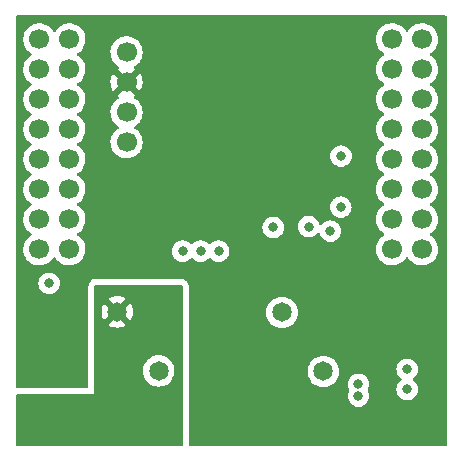
<source format=gbr>
%TF.GenerationSoftware,KiCad,Pcbnew,(6.0.8-1)-1*%
%TF.CreationDate,2024-02-06T23:44:39-06:00*%
%TF.ProjectId,openmv_can_shield,6f70656e-6d76-45f6-9361-6e5f73686965,rev?*%
%TF.SameCoordinates,Original*%
%TF.FileFunction,Copper,L3,Inr*%
%TF.FilePolarity,Positive*%
%FSLAX46Y46*%
G04 Gerber Fmt 4.6, Leading zero omitted, Abs format (unit mm)*
G04 Created by KiCad (PCBNEW (6.0.8-1)-1) date 2024-02-06 23:44:39*
%MOMM*%
%LPD*%
G01*
G04 APERTURE LIST*
%TA.AperFunction,ComponentPad*%
%ADD10C,1.700000*%
%TD*%
%TA.AperFunction,ComponentPad*%
%ADD11C,1.650000*%
%TD*%
%TA.AperFunction,ViaPad*%
%ADD12C,0.800000*%
%TD*%
G04 APERTURE END LIST*
D10*
%TO.N,unconnected-(RT1-PadA1)*%
%TO.C,RT1*%
X125304800Y-82212800D03*
%TO.N,/CAN_TX*%
X125304800Y-84752800D03*
%TO.N,unconnected-(RT1-PadA3)*%
X125304800Y-87292800D03*
%TO.N,/CAN_RX*%
X125304800Y-89832800D03*
%TO.N,/SCL*%
X125304800Y-92372800D03*
%TO.N,/SDA*%
X125304800Y-94912800D03*
%TO.N,unconnected-(RT1-PadA7)*%
X125304800Y-97452800D03*
%TO.N,+3.3V*%
X125304800Y-99992800D03*
%TO.N,unconnected-(RT1-PadB1)*%
X127844800Y-82212800D03*
%TO.N,unconnected-(RT1-PadB2)*%
X127844800Y-84752800D03*
%TO.N,unconnected-(RT1-PadB3)*%
X127844800Y-87292800D03*
%TO.N,unconnected-(RT1-PadB4)*%
X127844800Y-89832800D03*
%TO.N,unconnected-(RT1-PadB5)*%
X127844800Y-92372800D03*
%TO.N,unconnected-(RT1-PadB6)*%
X127844800Y-94912800D03*
%TO.N,unconnected-(RT1-PadB7)*%
X127844800Y-97452800D03*
%TO.N,GND*%
X127844800Y-99992800D03*
%TO.N,unconnected-(RT1-PadC1)*%
X155164800Y-82212800D03*
%TO.N,unconnected-(RT1-PadC2)*%
X155164800Y-84752800D03*
%TO.N,unconnected-(RT1-PadC3)*%
X155164800Y-87292800D03*
%TO.N,unconnected-(RT1-PadC4)*%
X155164800Y-89832800D03*
%TO.N,unconnected-(RT1-PadC5)*%
X155164800Y-92372800D03*
%TO.N,unconnected-(RT1-PadC6)*%
X155164800Y-94912800D03*
%TO.N,unconnected-(RT1-PadC7)*%
X155164800Y-97452800D03*
%TO.N,+3.3V*%
X155164800Y-99992800D03*
%TO.N,unconnected-(RT1-PadD1)*%
X157704800Y-82212800D03*
%TO.N,unconnected-(RT1-PadD2)*%
X157704800Y-84752800D03*
%TO.N,unconnected-(RT1-PadD3)*%
X157704800Y-87292800D03*
%TO.N,unconnected-(RT1-PadD4)*%
X157704800Y-89832800D03*
%TO.N,unconnected-(RT1-PadD5)*%
X157704800Y-92372800D03*
%TO.N,unconnected-(RT1-PadD6)*%
X157704800Y-94912800D03*
%TO.N,+5V*%
X157704800Y-97452800D03*
%TO.N,GND*%
X157704800Y-99992800D03*
%TD*%
D11*
%TO.N,+BATT*%
%TO.C,J1*%
X131907400Y-105286800D03*
%TO.N,GND*%
X135407400Y-110286800D03*
%TD*%
%TO.N,/CAN_H*%
%TO.C,J3*%
X145852000Y-105337600D03*
%TO.N,/CAN_L*%
X149352000Y-110337600D03*
%TD*%
D10*
%TO.N,Net-(R1-Pad2)*%
%TO.C,U1*%
X132689600Y-83312000D03*
%TO.N,+12V*%
X132689600Y-85852000D03*
%TO.N,GND*%
X132689600Y-88392000D03*
%TO.N,+5V*%
X132689600Y-90932000D03*
%TD*%
D12*
%TO.N,GND*%
X137439400Y-100152200D03*
X150850600Y-92100400D03*
X138963400Y-100152200D03*
X126136400Y-102870000D03*
X156444800Y-111855400D03*
X140487400Y-100152200D03*
X156444800Y-110153600D03*
X149936200Y-98450400D03*
X148107400Y-98069400D03*
%TO.N,/CAN_TX*%
X150825200Y-96418400D03*
%TO.N,/CAN_RX*%
X145110200Y-98145600D03*
%TO.N,/SCL*%
X152323800Y-111420897D03*
%TO.N,/SDA*%
X152323800Y-112420400D03*
%TO.N,+12V*%
X123977400Y-110820200D03*
X124434600Y-107238800D03*
X133883400Y-99999800D03*
X132791200Y-99999800D03*
X123977400Y-109804200D03*
X124434600Y-108254800D03*
X131699000Y-99999800D03*
%TO.N,+BATT*%
X126365000Y-114274600D03*
%TD*%
%TA.AperFunction,Conductor*%
%TO.N,+BATT*%
G36*
X137381521Y-103017002D02*
G01*
X137428014Y-103070658D01*
X137439400Y-103123000D01*
X137439400Y-116545300D01*
X137419398Y-116613421D01*
X137365742Y-116659914D01*
X137313400Y-116671300D01*
X129971800Y-116671300D01*
X129971800Y-110286800D01*
X134068806Y-110286800D01*
X134089142Y-110519244D01*
X134149533Y-110744626D01*
X134151855Y-110749606D01*
X134151856Y-110749608D01*
X134245818Y-110951110D01*
X134245821Y-110951115D01*
X134248144Y-110956097D01*
X134381978Y-111147232D01*
X134546968Y-111312222D01*
X134551476Y-111315379D01*
X134551479Y-111315381D01*
X134733594Y-111442899D01*
X134738103Y-111446056D01*
X134743085Y-111448379D01*
X134743090Y-111448382D01*
X134944592Y-111542344D01*
X134949574Y-111544667D01*
X134954882Y-111546089D01*
X134954884Y-111546090D01*
X135169641Y-111603634D01*
X135169643Y-111603634D01*
X135174956Y-111605058D01*
X135407400Y-111625394D01*
X135639844Y-111605058D01*
X135645157Y-111603634D01*
X135645159Y-111603634D01*
X135859916Y-111546090D01*
X135859918Y-111546089D01*
X135865226Y-111544667D01*
X135870208Y-111542344D01*
X136071710Y-111448382D01*
X136071715Y-111448379D01*
X136076697Y-111446056D01*
X136081206Y-111442899D01*
X136263321Y-111315381D01*
X136263324Y-111315379D01*
X136267832Y-111312222D01*
X136432822Y-111147232D01*
X136566656Y-110956097D01*
X136568979Y-110951115D01*
X136568982Y-110951110D01*
X136662944Y-110749608D01*
X136662945Y-110749606D01*
X136665267Y-110744626D01*
X136725658Y-110519244D01*
X136745994Y-110286800D01*
X136725658Y-110054356D01*
X136665267Y-109828974D01*
X136662944Y-109823992D01*
X136568982Y-109622490D01*
X136568979Y-109622485D01*
X136566656Y-109617503D01*
X136432822Y-109426368D01*
X136267832Y-109261378D01*
X136263324Y-109258221D01*
X136263321Y-109258219D01*
X136081206Y-109130701D01*
X136081204Y-109130700D01*
X136076697Y-109127544D01*
X136071715Y-109125221D01*
X136071710Y-109125218D01*
X135870208Y-109031256D01*
X135870206Y-109031255D01*
X135865226Y-109028933D01*
X135859918Y-109027511D01*
X135859916Y-109027510D01*
X135645159Y-108969966D01*
X135645157Y-108969966D01*
X135639844Y-108968542D01*
X135407400Y-108948206D01*
X135174956Y-108968542D01*
X135169643Y-108969966D01*
X135169641Y-108969966D01*
X134954884Y-109027510D01*
X134954882Y-109027511D01*
X134949574Y-109028933D01*
X134944594Y-109031255D01*
X134944592Y-109031256D01*
X134743090Y-109125218D01*
X134743085Y-109125221D01*
X134738103Y-109127544D01*
X134733596Y-109130700D01*
X134733594Y-109130701D01*
X134551479Y-109258219D01*
X134551476Y-109258221D01*
X134546968Y-109261378D01*
X134381978Y-109426368D01*
X134248144Y-109617503D01*
X134245821Y-109622485D01*
X134245818Y-109622490D01*
X134151856Y-109823992D01*
X134149533Y-109828974D01*
X134089142Y-110054356D01*
X134068806Y-110286800D01*
X129971800Y-110286800D01*
X129971800Y-106390813D01*
X131167942Y-106390813D01*
X131177238Y-106402828D01*
X131233846Y-106442465D01*
X131243341Y-106447948D01*
X131444764Y-106541872D01*
X131455056Y-106545618D01*
X131669728Y-106603139D01*
X131680523Y-106605042D01*
X131901925Y-106624413D01*
X131912875Y-106624413D01*
X132134277Y-106605042D01*
X132145072Y-106603139D01*
X132359744Y-106545618D01*
X132370036Y-106541872D01*
X132571459Y-106447948D01*
X132580954Y-106442465D01*
X132638400Y-106402241D01*
X132646775Y-106391764D01*
X132639707Y-106378317D01*
X131920212Y-105658822D01*
X131906268Y-105651208D01*
X131904435Y-105651339D01*
X131897820Y-105655590D01*
X131174372Y-106379038D01*
X131167942Y-106390813D01*
X129971800Y-106390813D01*
X129971800Y-105292275D01*
X130569787Y-105292275D01*
X130589158Y-105513677D01*
X130591061Y-105524472D01*
X130648582Y-105739144D01*
X130652328Y-105749436D01*
X130746252Y-105950859D01*
X130751735Y-105960354D01*
X130791959Y-106017800D01*
X130802436Y-106026175D01*
X130815883Y-106019107D01*
X131535378Y-105299612D01*
X131541756Y-105287932D01*
X132271808Y-105287932D01*
X132271939Y-105289765D01*
X132276190Y-105296380D01*
X132999638Y-106019828D01*
X133011413Y-106026258D01*
X133023428Y-106016962D01*
X133063065Y-105960354D01*
X133068548Y-105950859D01*
X133162472Y-105749436D01*
X133166218Y-105739144D01*
X133223739Y-105524472D01*
X133225642Y-105513677D01*
X133245013Y-105292275D01*
X133245013Y-105281325D01*
X133225642Y-105059923D01*
X133223739Y-105049128D01*
X133166218Y-104834456D01*
X133162472Y-104824164D01*
X133068548Y-104622741D01*
X133063065Y-104613246D01*
X133022841Y-104555800D01*
X133012364Y-104547425D01*
X132998917Y-104554493D01*
X132279422Y-105273988D01*
X132271808Y-105287932D01*
X131541756Y-105287932D01*
X131542992Y-105285668D01*
X131542861Y-105283835D01*
X131538610Y-105277220D01*
X130815162Y-104553772D01*
X130803387Y-104547342D01*
X130791372Y-104556638D01*
X130751735Y-104613246D01*
X130746252Y-104622741D01*
X130652328Y-104824164D01*
X130648582Y-104834456D01*
X130591061Y-105049128D01*
X130589158Y-105059923D01*
X130569787Y-105281325D01*
X130569787Y-105292275D01*
X129971800Y-105292275D01*
X129971800Y-104181836D01*
X131168025Y-104181836D01*
X131175093Y-104195283D01*
X131894588Y-104914778D01*
X131908532Y-104922392D01*
X131910365Y-104922261D01*
X131916980Y-104918010D01*
X132640428Y-104194562D01*
X132646858Y-104182787D01*
X132637562Y-104170772D01*
X132580954Y-104131135D01*
X132571459Y-104125652D01*
X132370036Y-104031728D01*
X132359744Y-104027982D01*
X132145072Y-103970461D01*
X132134277Y-103968558D01*
X131912875Y-103949187D01*
X131901925Y-103949187D01*
X131680523Y-103968558D01*
X131669728Y-103970461D01*
X131455056Y-104027982D01*
X131444764Y-104031728D01*
X131243341Y-104125652D01*
X131233846Y-104131135D01*
X131176400Y-104171359D01*
X131168025Y-104181836D01*
X129971800Y-104181836D01*
X129971800Y-103123000D01*
X129991802Y-103054879D01*
X130045458Y-103008386D01*
X130097800Y-102997000D01*
X137313400Y-102997000D01*
X137381521Y-103017002D01*
G37*
%TD.AperFunction*%
%TD*%
%TA.AperFunction,Conductor*%
%TO.N,+BATT*%
G36*
X130200400Y-116671300D02*
G01*
X123433900Y-116671300D01*
X123365779Y-116651298D01*
X123319286Y-116597642D01*
X123307900Y-116545300D01*
X123307900Y-112368600D01*
X123327902Y-112300479D01*
X123381558Y-112253986D01*
X123433900Y-112242600D01*
X130200400Y-112242600D01*
X130200400Y-116671300D01*
G37*
%TD.AperFunction*%
%TD*%
%TA.AperFunction,Conductor*%
%TO.N,+12V*%
G36*
X159733021Y-80208302D02*
G01*
X159779514Y-80261958D01*
X159790900Y-80314300D01*
X159790900Y-116545300D01*
X159770898Y-116613421D01*
X159717242Y-116659914D01*
X159664900Y-116671300D01*
X138078900Y-116671300D01*
X138010779Y-116651298D01*
X137964286Y-116597642D01*
X137952900Y-116545300D01*
X137952900Y-112420400D01*
X151410296Y-112420400D01*
X151430258Y-112610328D01*
X151489273Y-112791956D01*
X151584760Y-112957344D01*
X151712547Y-113099266D01*
X151867048Y-113211518D01*
X151873076Y-113214202D01*
X151873078Y-113214203D01*
X152035481Y-113286509D01*
X152041512Y-113289194D01*
X152134913Y-113309047D01*
X152221856Y-113327528D01*
X152221861Y-113327528D01*
X152228313Y-113328900D01*
X152419287Y-113328900D01*
X152425739Y-113327528D01*
X152425744Y-113327528D01*
X152512687Y-113309047D01*
X152606088Y-113289194D01*
X152612119Y-113286509D01*
X152774522Y-113214203D01*
X152774524Y-113214202D01*
X152780552Y-113211518D01*
X152935053Y-113099266D01*
X153062840Y-112957344D01*
X153158327Y-112791956D01*
X153217342Y-112610328D01*
X153237304Y-112420400D01*
X153217342Y-112230472D01*
X153158327Y-112048844D01*
X153120686Y-111983648D01*
X153103948Y-111914653D01*
X153120685Y-111857650D01*
X153121984Y-111855400D01*
X155531296Y-111855400D01*
X155551258Y-112045328D01*
X155610273Y-112226956D01*
X155705760Y-112392344D01*
X155710178Y-112397251D01*
X155710179Y-112397252D01*
X155731022Y-112420400D01*
X155833547Y-112534266D01*
X155988048Y-112646518D01*
X155994076Y-112649202D01*
X155994078Y-112649203D01*
X156156481Y-112721509D01*
X156162512Y-112724194D01*
X156255913Y-112744047D01*
X156342856Y-112762528D01*
X156342861Y-112762528D01*
X156349313Y-112763900D01*
X156540287Y-112763900D01*
X156546739Y-112762528D01*
X156546744Y-112762528D01*
X156633687Y-112744047D01*
X156727088Y-112724194D01*
X156733119Y-112721509D01*
X156895522Y-112649203D01*
X156895524Y-112649202D01*
X156901552Y-112646518D01*
X157056053Y-112534266D01*
X157158578Y-112420400D01*
X157179421Y-112397252D01*
X157179422Y-112397251D01*
X157183840Y-112392344D01*
X157279327Y-112226956D01*
X157338342Y-112045328D01*
X157358304Y-111855400D01*
X157346263Y-111740834D01*
X157339032Y-111672035D01*
X157339032Y-111672033D01*
X157338342Y-111665472D01*
X157279327Y-111483844D01*
X157183840Y-111318456D01*
X157105067Y-111230969D01*
X157060475Y-111181445D01*
X157060474Y-111181444D01*
X157056053Y-111176534D01*
X156959572Y-111106436D01*
X156916218Y-111050213D01*
X156910143Y-110979477D01*
X156943275Y-110916686D01*
X156959572Y-110902564D01*
X156991943Y-110879045D01*
X157056053Y-110832466D01*
X157183840Y-110690544D01*
X157279327Y-110525156D01*
X157338342Y-110343528D01*
X157339541Y-110332125D01*
X157357614Y-110160165D01*
X157358304Y-110153600D01*
X157338342Y-109963672D01*
X157279327Y-109782044D01*
X157183840Y-109616656D01*
X157056053Y-109474734D01*
X156901552Y-109362482D01*
X156895524Y-109359798D01*
X156895522Y-109359797D01*
X156733119Y-109287491D01*
X156733118Y-109287491D01*
X156727088Y-109284806D01*
X156633687Y-109264953D01*
X156546744Y-109246472D01*
X156546739Y-109246472D01*
X156540287Y-109245100D01*
X156349313Y-109245100D01*
X156342861Y-109246472D01*
X156342856Y-109246472D01*
X156255912Y-109264953D01*
X156162512Y-109284806D01*
X156156482Y-109287491D01*
X156156481Y-109287491D01*
X155994078Y-109359797D01*
X155994076Y-109359798D01*
X155988048Y-109362482D01*
X155833547Y-109474734D01*
X155705760Y-109616656D01*
X155610273Y-109782044D01*
X155551258Y-109963672D01*
X155531296Y-110153600D01*
X155531986Y-110160165D01*
X155550060Y-110332125D01*
X155551258Y-110343528D01*
X155610273Y-110525156D01*
X155705760Y-110690544D01*
X155833547Y-110832466D01*
X155897657Y-110879045D01*
X155930028Y-110902564D01*
X155973382Y-110958787D01*
X155979457Y-111029523D01*
X155946325Y-111092314D01*
X155930028Y-111106436D01*
X155833547Y-111176534D01*
X155829126Y-111181444D01*
X155829125Y-111181445D01*
X155784534Y-111230969D01*
X155705760Y-111318456D01*
X155610273Y-111483844D01*
X155551258Y-111665472D01*
X155550568Y-111672033D01*
X155550568Y-111672035D01*
X155543337Y-111740834D01*
X155531296Y-111855400D01*
X153121984Y-111855400D01*
X153158327Y-111792453D01*
X153217342Y-111610825D01*
X153219201Y-111593144D01*
X153236614Y-111427462D01*
X153237304Y-111420897D01*
X153217342Y-111230969D01*
X153158327Y-111049341D01*
X153062840Y-110883953D01*
X152935053Y-110742031D01*
X152780552Y-110629779D01*
X152774524Y-110627095D01*
X152774522Y-110627094D01*
X152612119Y-110554788D01*
X152612118Y-110554788D01*
X152606088Y-110552103D01*
X152512688Y-110532250D01*
X152425744Y-110513769D01*
X152425739Y-110513769D01*
X152419287Y-110512397D01*
X152228313Y-110512397D01*
X152221861Y-110513769D01*
X152221856Y-110513769D01*
X152134912Y-110532250D01*
X152041512Y-110552103D01*
X152035482Y-110554788D01*
X152035481Y-110554788D01*
X151873078Y-110627094D01*
X151873076Y-110627095D01*
X151867048Y-110629779D01*
X151712547Y-110742031D01*
X151584760Y-110883953D01*
X151489273Y-111049341D01*
X151430258Y-111230969D01*
X151410296Y-111420897D01*
X151410986Y-111427462D01*
X151428400Y-111593144D01*
X151430258Y-111610825D01*
X151489273Y-111792453D01*
X151526915Y-111857650D01*
X151543652Y-111926642D01*
X151526914Y-111983648D01*
X151489273Y-112048844D01*
X151430258Y-112230472D01*
X151410296Y-112420400D01*
X137952900Y-112420400D01*
X137952900Y-110337600D01*
X148013406Y-110337600D01*
X148033742Y-110570044D01*
X148035166Y-110575357D01*
X148035166Y-110575359D01*
X148049029Y-110627094D01*
X148094133Y-110795426D01*
X148096455Y-110800406D01*
X148096456Y-110800408D01*
X148190418Y-111001910D01*
X148190421Y-111001915D01*
X148192744Y-111006897D01*
X148195900Y-111011404D01*
X148195901Y-111011406D01*
X148314964Y-111181445D01*
X148326578Y-111198032D01*
X148491568Y-111363022D01*
X148496076Y-111366179D01*
X148496079Y-111366181D01*
X148678194Y-111493699D01*
X148682703Y-111496856D01*
X148687685Y-111499179D01*
X148687690Y-111499182D01*
X148889192Y-111593144D01*
X148894174Y-111595467D01*
X148899482Y-111596889D01*
X148899484Y-111596890D01*
X149114241Y-111654434D01*
X149114243Y-111654434D01*
X149119556Y-111655858D01*
X149352000Y-111676194D01*
X149584444Y-111655858D01*
X149589757Y-111654434D01*
X149589759Y-111654434D01*
X149804516Y-111596890D01*
X149804518Y-111596889D01*
X149809826Y-111595467D01*
X149814808Y-111593144D01*
X150016310Y-111499182D01*
X150016315Y-111499179D01*
X150021297Y-111496856D01*
X150025806Y-111493699D01*
X150207921Y-111366181D01*
X150207924Y-111366179D01*
X150212432Y-111363022D01*
X150377422Y-111198032D01*
X150389037Y-111181445D01*
X150508099Y-111011406D01*
X150508100Y-111011404D01*
X150511256Y-111006897D01*
X150513579Y-111001915D01*
X150513582Y-111001910D01*
X150607544Y-110800408D01*
X150607545Y-110800406D01*
X150609867Y-110795426D01*
X150654972Y-110627094D01*
X150668834Y-110575359D01*
X150668834Y-110575357D01*
X150670258Y-110570044D01*
X150690594Y-110337600D01*
X150670258Y-110105156D01*
X150634106Y-109970235D01*
X150611290Y-109885084D01*
X150611289Y-109885082D01*
X150609867Y-109879774D01*
X150607544Y-109874792D01*
X150513582Y-109673290D01*
X150513579Y-109673285D01*
X150511256Y-109668303D01*
X150479096Y-109622374D01*
X150380581Y-109481679D01*
X150380579Y-109481676D01*
X150377422Y-109477168D01*
X150212432Y-109312178D01*
X150207924Y-109309021D01*
X150207921Y-109309019D01*
X150025806Y-109181501D01*
X150025804Y-109181500D01*
X150021297Y-109178344D01*
X150016315Y-109176021D01*
X150016310Y-109176018D01*
X149814808Y-109082056D01*
X149814806Y-109082055D01*
X149809826Y-109079733D01*
X149804518Y-109078311D01*
X149804516Y-109078310D01*
X149589759Y-109020766D01*
X149589757Y-109020766D01*
X149584444Y-109019342D01*
X149352000Y-108999006D01*
X149119556Y-109019342D01*
X149114243Y-109020766D01*
X149114241Y-109020766D01*
X148899484Y-109078310D01*
X148899482Y-109078311D01*
X148894174Y-109079733D01*
X148889194Y-109082055D01*
X148889192Y-109082056D01*
X148687690Y-109176018D01*
X148687685Y-109176021D01*
X148682703Y-109178344D01*
X148678196Y-109181500D01*
X148678194Y-109181501D01*
X148496079Y-109309019D01*
X148496076Y-109309021D01*
X148491568Y-109312178D01*
X148326578Y-109477168D01*
X148323421Y-109481676D01*
X148323419Y-109481679D01*
X148224904Y-109622374D01*
X148192744Y-109668303D01*
X148190421Y-109673285D01*
X148190418Y-109673290D01*
X148096456Y-109874792D01*
X148094133Y-109879774D01*
X148092711Y-109885082D01*
X148092710Y-109885084D01*
X148069894Y-109970235D01*
X148033742Y-110105156D01*
X148013406Y-110337600D01*
X137952900Y-110337600D01*
X137952900Y-105337600D01*
X144513406Y-105337600D01*
X144533742Y-105570044D01*
X144594133Y-105795426D01*
X144596455Y-105800406D01*
X144596456Y-105800408D01*
X144690418Y-106001910D01*
X144690421Y-106001915D01*
X144692744Y-106006897D01*
X144826578Y-106198032D01*
X144991568Y-106363022D01*
X144996076Y-106366179D01*
X144996079Y-106366181D01*
X145178194Y-106493699D01*
X145182703Y-106496856D01*
X145187685Y-106499179D01*
X145187690Y-106499182D01*
X145389192Y-106593144D01*
X145394174Y-106595467D01*
X145399482Y-106596889D01*
X145399484Y-106596890D01*
X145614241Y-106654434D01*
X145614243Y-106654434D01*
X145619556Y-106655858D01*
X145852000Y-106676194D01*
X146084444Y-106655858D01*
X146089757Y-106654434D01*
X146089759Y-106654434D01*
X146304516Y-106596890D01*
X146304518Y-106596889D01*
X146309826Y-106595467D01*
X146314808Y-106593144D01*
X146516310Y-106499182D01*
X146516315Y-106499179D01*
X146521297Y-106496856D01*
X146525806Y-106493699D01*
X146707921Y-106366181D01*
X146707924Y-106366179D01*
X146712432Y-106363022D01*
X146877422Y-106198032D01*
X147011256Y-106006897D01*
X147013579Y-106001915D01*
X147013582Y-106001910D01*
X147107544Y-105800408D01*
X147107545Y-105800406D01*
X147109867Y-105795426D01*
X147170258Y-105570044D01*
X147190594Y-105337600D01*
X147170258Y-105105156D01*
X147109867Y-104879774D01*
X147107544Y-104874792D01*
X147013582Y-104673290D01*
X147013579Y-104673285D01*
X147011256Y-104668303D01*
X146877422Y-104477168D01*
X146712432Y-104312178D01*
X146707924Y-104309021D01*
X146707921Y-104309019D01*
X146525806Y-104181501D01*
X146525804Y-104181500D01*
X146521297Y-104178344D01*
X146516315Y-104176021D01*
X146516310Y-104176018D01*
X146314808Y-104082056D01*
X146314806Y-104082055D01*
X146309826Y-104079733D01*
X146304518Y-104078311D01*
X146304516Y-104078310D01*
X146089759Y-104020766D01*
X146089757Y-104020766D01*
X146084444Y-104019342D01*
X145852000Y-103999006D01*
X145619556Y-104019342D01*
X145614243Y-104020766D01*
X145614241Y-104020766D01*
X145399484Y-104078310D01*
X145399482Y-104078311D01*
X145394174Y-104079733D01*
X145389194Y-104082055D01*
X145389192Y-104082056D01*
X145187690Y-104176018D01*
X145187685Y-104176021D01*
X145182703Y-104178344D01*
X145178196Y-104181500D01*
X145178194Y-104181501D01*
X144996079Y-104309019D01*
X144996076Y-104309021D01*
X144991568Y-104312178D01*
X144826578Y-104477168D01*
X144692744Y-104668303D01*
X144690421Y-104673285D01*
X144690418Y-104673290D01*
X144596456Y-104874792D01*
X144594133Y-104879774D01*
X144533742Y-105105156D01*
X144513406Y-105337600D01*
X137952900Y-105337600D01*
X137952900Y-103123000D01*
X137952422Y-103118553D01*
X137941528Y-103017215D01*
X137941527Y-103017208D01*
X137941166Y-103013851D01*
X137940448Y-103010550D01*
X137930494Y-102964790D01*
X137930493Y-102964785D01*
X137929780Y-102961509D01*
X137895110Y-102857343D01*
X137816092Y-102734388D01*
X137769599Y-102680732D01*
X137760333Y-102672703D01*
X137665950Y-102590919D01*
X137665947Y-102590917D01*
X137659139Y-102585018D01*
X137526190Y-102524302D01*
X137502436Y-102517327D01*
X137462392Y-102505569D01*
X137462388Y-102505568D01*
X137458069Y-102504300D01*
X137453620Y-102503660D01*
X137453614Y-102503659D01*
X137317847Y-102484139D01*
X137317842Y-102484139D01*
X137313400Y-102483500D01*
X130097800Y-102483500D01*
X130094454Y-102483860D01*
X130094449Y-102483860D01*
X129992015Y-102494872D01*
X129992008Y-102494873D01*
X129988651Y-102495234D01*
X129985351Y-102495952D01*
X129985350Y-102495952D01*
X129939590Y-102505906D01*
X129939585Y-102505907D01*
X129936309Y-102506620D01*
X129832143Y-102541290D01*
X129709188Y-102620308D01*
X129655532Y-102666801D01*
X129652592Y-102670194D01*
X129565719Y-102770450D01*
X129565717Y-102770453D01*
X129559818Y-102777261D01*
X129499102Y-102910210D01*
X129479100Y-102978331D01*
X129478460Y-102982780D01*
X129478459Y-102982786D01*
X129458939Y-103118553D01*
X129458300Y-103123000D01*
X129458300Y-111603100D01*
X129438298Y-111671221D01*
X129384642Y-111717714D01*
X129332300Y-111729100D01*
X123433900Y-111729100D01*
X123365779Y-111709098D01*
X123319286Y-111655442D01*
X123307900Y-111603100D01*
X123307900Y-102870000D01*
X125222896Y-102870000D01*
X125223586Y-102876565D01*
X125233828Y-102974008D01*
X125242858Y-103059928D01*
X125301873Y-103241556D01*
X125397360Y-103406944D01*
X125525147Y-103548866D01*
X125679648Y-103661118D01*
X125685676Y-103663802D01*
X125685678Y-103663803D01*
X125848081Y-103736109D01*
X125854112Y-103738794D01*
X125947512Y-103758647D01*
X126034456Y-103777128D01*
X126034461Y-103777128D01*
X126040913Y-103778500D01*
X126231887Y-103778500D01*
X126238339Y-103777128D01*
X126238344Y-103777128D01*
X126325287Y-103758647D01*
X126418688Y-103738794D01*
X126424719Y-103736109D01*
X126587122Y-103663803D01*
X126587124Y-103663802D01*
X126593152Y-103661118D01*
X126747653Y-103548866D01*
X126875440Y-103406944D01*
X126970927Y-103241556D01*
X127029942Y-103059928D01*
X127038973Y-102974008D01*
X127049214Y-102876565D01*
X127049904Y-102870000D01*
X127047877Y-102850716D01*
X127030632Y-102686635D01*
X127030632Y-102686633D01*
X127029942Y-102680072D01*
X126970927Y-102498444D01*
X126875440Y-102333056D01*
X126747653Y-102191134D01*
X126593152Y-102078882D01*
X126587124Y-102076198D01*
X126587122Y-102076197D01*
X126424719Y-102003891D01*
X126424718Y-102003891D01*
X126418688Y-102001206D01*
X126325287Y-101981353D01*
X126238344Y-101962872D01*
X126238339Y-101962872D01*
X126231887Y-101961500D01*
X126040913Y-101961500D01*
X126034461Y-101962872D01*
X126034456Y-101962872D01*
X125947512Y-101981353D01*
X125854112Y-102001206D01*
X125848082Y-102003891D01*
X125848081Y-102003891D01*
X125685678Y-102076197D01*
X125685676Y-102076198D01*
X125679648Y-102078882D01*
X125525147Y-102191134D01*
X125397360Y-102333056D01*
X125301873Y-102498444D01*
X125242858Y-102680072D01*
X125242168Y-102686633D01*
X125242168Y-102686635D01*
X125224923Y-102850716D01*
X125222896Y-102870000D01*
X123307900Y-102870000D01*
X123307900Y-99959495D01*
X123942051Y-99959495D01*
X123942348Y-99964648D01*
X123942348Y-99964651D01*
X123953162Y-100152200D01*
X123954910Y-100182515D01*
X123956047Y-100187561D01*
X123956048Y-100187567D01*
X123975919Y-100275739D01*
X124004022Y-100400439D01*
X124088066Y-100607416D01*
X124134645Y-100683426D01*
X124202091Y-100793488D01*
X124204787Y-100797888D01*
X124351050Y-100966738D01*
X124522926Y-101109432D01*
X124715800Y-101222138D01*
X124924492Y-101301830D01*
X124929560Y-101302861D01*
X124929563Y-101302862D01*
X125036817Y-101324683D01*
X125143397Y-101346367D01*
X125148572Y-101346557D01*
X125148574Y-101346557D01*
X125361473Y-101354364D01*
X125361477Y-101354364D01*
X125366637Y-101354553D01*
X125371757Y-101353897D01*
X125371759Y-101353897D01*
X125583088Y-101326825D01*
X125583089Y-101326825D01*
X125588216Y-101326168D01*
X125593166Y-101324683D01*
X125797229Y-101263461D01*
X125797234Y-101263459D01*
X125802184Y-101261974D01*
X126002794Y-101163696D01*
X126184660Y-101033973D01*
X126197685Y-101020994D01*
X126339235Y-100879937D01*
X126342896Y-100876289D01*
X126402394Y-100793489D01*
X126473253Y-100694877D01*
X126474576Y-100695828D01*
X126521445Y-100652657D01*
X126591380Y-100640425D01*
X126656826Y-100667944D01*
X126684675Y-100699794D01*
X126744787Y-100797888D01*
X126891050Y-100966738D01*
X127062926Y-101109432D01*
X127255800Y-101222138D01*
X127464492Y-101301830D01*
X127469560Y-101302861D01*
X127469563Y-101302862D01*
X127576817Y-101324683D01*
X127683397Y-101346367D01*
X127688572Y-101346557D01*
X127688574Y-101346557D01*
X127901473Y-101354364D01*
X127901477Y-101354364D01*
X127906637Y-101354553D01*
X127911757Y-101353897D01*
X127911759Y-101353897D01*
X128123088Y-101326825D01*
X128123089Y-101326825D01*
X128128216Y-101326168D01*
X128133166Y-101324683D01*
X128337229Y-101263461D01*
X128337234Y-101263459D01*
X128342184Y-101261974D01*
X128542794Y-101163696D01*
X128724660Y-101033973D01*
X128737685Y-101020994D01*
X128879235Y-100879937D01*
X128882896Y-100876289D01*
X128942394Y-100793489D01*
X129010235Y-100699077D01*
X129013253Y-100694877D01*
X129016087Y-100689144D01*
X129109936Y-100499253D01*
X129109937Y-100499251D01*
X129112230Y-100494611D01*
X129177170Y-100280869D01*
X129194110Y-100152200D01*
X136525896Y-100152200D01*
X136545858Y-100342128D01*
X136604873Y-100523756D01*
X136700360Y-100689144D01*
X136704778Y-100694051D01*
X136704779Y-100694052D01*
X136798273Y-100797888D01*
X136828147Y-100831066D01*
X136982648Y-100943318D01*
X136988676Y-100946002D01*
X136988678Y-100946003D01*
X137151081Y-101018309D01*
X137157112Y-101020994D01*
X137250513Y-101040847D01*
X137337456Y-101059328D01*
X137337461Y-101059328D01*
X137343913Y-101060700D01*
X137534887Y-101060700D01*
X137541339Y-101059328D01*
X137541344Y-101059328D01*
X137628287Y-101040847D01*
X137721688Y-101020994D01*
X137727719Y-101018309D01*
X137890122Y-100946003D01*
X137890124Y-100946002D01*
X137896152Y-100943318D01*
X138050653Y-100831066D01*
X138107765Y-100767636D01*
X138168210Y-100730398D01*
X138239194Y-100731750D01*
X138295034Y-100767636D01*
X138352147Y-100831066D01*
X138506648Y-100943318D01*
X138512676Y-100946002D01*
X138512678Y-100946003D01*
X138675081Y-101018309D01*
X138681112Y-101020994D01*
X138774513Y-101040847D01*
X138861456Y-101059328D01*
X138861461Y-101059328D01*
X138867913Y-101060700D01*
X139058887Y-101060700D01*
X139065339Y-101059328D01*
X139065344Y-101059328D01*
X139152287Y-101040847D01*
X139245688Y-101020994D01*
X139251719Y-101018309D01*
X139414122Y-100946003D01*
X139414124Y-100946002D01*
X139420152Y-100943318D01*
X139574653Y-100831066D01*
X139631765Y-100767636D01*
X139692210Y-100730398D01*
X139763194Y-100731750D01*
X139819034Y-100767636D01*
X139876147Y-100831066D01*
X140030648Y-100943318D01*
X140036676Y-100946002D01*
X140036678Y-100946003D01*
X140199081Y-101018309D01*
X140205112Y-101020994D01*
X140298513Y-101040847D01*
X140385456Y-101059328D01*
X140385461Y-101059328D01*
X140391913Y-101060700D01*
X140582887Y-101060700D01*
X140589339Y-101059328D01*
X140589344Y-101059328D01*
X140676287Y-101040847D01*
X140769688Y-101020994D01*
X140775719Y-101018309D01*
X140938122Y-100946003D01*
X140938124Y-100946002D01*
X140944152Y-100943318D01*
X141098653Y-100831066D01*
X141128527Y-100797888D01*
X141222021Y-100694052D01*
X141222022Y-100694051D01*
X141226440Y-100689144D01*
X141321927Y-100523756D01*
X141380942Y-100342128D01*
X141400904Y-100152200D01*
X141380942Y-99962272D01*
X141380040Y-99959495D01*
X153802051Y-99959495D01*
X153802348Y-99964648D01*
X153802348Y-99964651D01*
X153813162Y-100152200D01*
X153814910Y-100182515D01*
X153816047Y-100187561D01*
X153816048Y-100187567D01*
X153835919Y-100275739D01*
X153864022Y-100400439D01*
X153948066Y-100607416D01*
X153994645Y-100683426D01*
X154062091Y-100793488D01*
X154064787Y-100797888D01*
X154211050Y-100966738D01*
X154382926Y-101109432D01*
X154575800Y-101222138D01*
X154784492Y-101301830D01*
X154789560Y-101302861D01*
X154789563Y-101302862D01*
X154896817Y-101324683D01*
X155003397Y-101346367D01*
X155008572Y-101346557D01*
X155008574Y-101346557D01*
X155221473Y-101354364D01*
X155221477Y-101354364D01*
X155226637Y-101354553D01*
X155231757Y-101353897D01*
X155231759Y-101353897D01*
X155443088Y-101326825D01*
X155443089Y-101326825D01*
X155448216Y-101326168D01*
X155453166Y-101324683D01*
X155657229Y-101263461D01*
X155657234Y-101263459D01*
X155662184Y-101261974D01*
X155862794Y-101163696D01*
X156044660Y-101033973D01*
X156057685Y-101020994D01*
X156199235Y-100879937D01*
X156202896Y-100876289D01*
X156262394Y-100793489D01*
X156333253Y-100694877D01*
X156334576Y-100695828D01*
X156381445Y-100652657D01*
X156451380Y-100640425D01*
X156516826Y-100667944D01*
X156544675Y-100699794D01*
X156604787Y-100797888D01*
X156751050Y-100966738D01*
X156922926Y-101109432D01*
X157115800Y-101222138D01*
X157324492Y-101301830D01*
X157329560Y-101302861D01*
X157329563Y-101302862D01*
X157436817Y-101324683D01*
X157543397Y-101346367D01*
X157548572Y-101346557D01*
X157548574Y-101346557D01*
X157761473Y-101354364D01*
X157761477Y-101354364D01*
X157766637Y-101354553D01*
X157771757Y-101353897D01*
X157771759Y-101353897D01*
X157983088Y-101326825D01*
X157983089Y-101326825D01*
X157988216Y-101326168D01*
X157993166Y-101324683D01*
X158197229Y-101263461D01*
X158197234Y-101263459D01*
X158202184Y-101261974D01*
X158402794Y-101163696D01*
X158584660Y-101033973D01*
X158597685Y-101020994D01*
X158739235Y-100879937D01*
X158742896Y-100876289D01*
X158802394Y-100793489D01*
X158870235Y-100699077D01*
X158873253Y-100694877D01*
X158876087Y-100689144D01*
X158969936Y-100499253D01*
X158969937Y-100499251D01*
X158972230Y-100494611D01*
X159037170Y-100280869D01*
X159066329Y-100059390D01*
X159067956Y-99992800D01*
X159049652Y-99770161D01*
X158995231Y-99553502D01*
X158906154Y-99348640D01*
X158784814Y-99161077D01*
X158634470Y-98995851D01*
X158630419Y-98992652D01*
X158630415Y-98992648D01*
X158463214Y-98860600D01*
X158463210Y-98860598D01*
X158459159Y-98857398D01*
X158417853Y-98834596D01*
X158367884Y-98784164D01*
X158353112Y-98714721D01*
X158378228Y-98648316D01*
X158405580Y-98621709D01*
X158463827Y-98580162D01*
X158584660Y-98493973D01*
X158742896Y-98336289D01*
X158802394Y-98253489D01*
X158870235Y-98159077D01*
X158873253Y-98154877D01*
X158894120Y-98112657D01*
X158969936Y-97959253D01*
X158969937Y-97959251D01*
X158972230Y-97954611D01*
X159027853Y-97771534D01*
X159035665Y-97745823D01*
X159035665Y-97745821D01*
X159037170Y-97740869D01*
X159066329Y-97519390D01*
X159067616Y-97466734D01*
X159067874Y-97456165D01*
X159067874Y-97456161D01*
X159067956Y-97452800D01*
X159049652Y-97230161D01*
X158995231Y-97013502D01*
X158906154Y-96808640D01*
X158784814Y-96621077D01*
X158634470Y-96455851D01*
X158630419Y-96452652D01*
X158630415Y-96452648D01*
X158463214Y-96320600D01*
X158463210Y-96320598D01*
X158459159Y-96317398D01*
X158417853Y-96294596D01*
X158367884Y-96244164D01*
X158353112Y-96174721D01*
X158378228Y-96108316D01*
X158405580Y-96081709D01*
X158462482Y-96041121D01*
X158584660Y-95953973D01*
X158742896Y-95796289D01*
X158780150Y-95744445D01*
X158870235Y-95619077D01*
X158873253Y-95614877D01*
X158894120Y-95572657D01*
X158969936Y-95419253D01*
X158969937Y-95419251D01*
X158972230Y-95414611D01*
X159037170Y-95200869D01*
X159066329Y-94979390D01*
X159067956Y-94912800D01*
X159049652Y-94690161D01*
X158995231Y-94473502D01*
X158906154Y-94268640D01*
X158784814Y-94081077D01*
X158634470Y-93915851D01*
X158630419Y-93912652D01*
X158630415Y-93912648D01*
X158463214Y-93780600D01*
X158463210Y-93780598D01*
X158459159Y-93777398D01*
X158417853Y-93754596D01*
X158367884Y-93704164D01*
X158353112Y-93634721D01*
X158378228Y-93568316D01*
X158405580Y-93541709D01*
X158449403Y-93510450D01*
X158584660Y-93413973D01*
X158742896Y-93256289D01*
X158802394Y-93173489D01*
X158870235Y-93079077D01*
X158873253Y-93074877D01*
X158894120Y-93032657D01*
X158969936Y-92879253D01*
X158969937Y-92879251D01*
X158972230Y-92874611D01*
X159037170Y-92660869D01*
X159066329Y-92439390D01*
X159067956Y-92372800D01*
X159049652Y-92150161D01*
X158995231Y-91933502D01*
X158906154Y-91728640D01*
X158847696Y-91638277D01*
X158787622Y-91545417D01*
X158787620Y-91545414D01*
X158784814Y-91541077D01*
X158634470Y-91375851D01*
X158630419Y-91372652D01*
X158630415Y-91372648D01*
X158463214Y-91240600D01*
X158463210Y-91240598D01*
X158459159Y-91237398D01*
X158417853Y-91214596D01*
X158367884Y-91164164D01*
X158353112Y-91094721D01*
X158378228Y-91028316D01*
X158405580Y-91001709D01*
X158449403Y-90970450D01*
X158584660Y-90873973D01*
X158742896Y-90716289D01*
X158802394Y-90633489D01*
X158870235Y-90539077D01*
X158873253Y-90534877D01*
X158894120Y-90492657D01*
X158969936Y-90339253D01*
X158969937Y-90339251D01*
X158972230Y-90334611D01*
X159037170Y-90120869D01*
X159066329Y-89899390D01*
X159067956Y-89832800D01*
X159049652Y-89610161D01*
X158995231Y-89393502D01*
X158906154Y-89188640D01*
X158847696Y-89098277D01*
X158787622Y-89005417D01*
X158787620Y-89005414D01*
X158784814Y-89001077D01*
X158634470Y-88835851D01*
X158630419Y-88832652D01*
X158630415Y-88832648D01*
X158463214Y-88700600D01*
X158463210Y-88700598D01*
X158459159Y-88697398D01*
X158417853Y-88674596D01*
X158367884Y-88624164D01*
X158353112Y-88554721D01*
X158378228Y-88488316D01*
X158405580Y-88461709D01*
X158449403Y-88430450D01*
X158584660Y-88333973D01*
X158742896Y-88176289D01*
X158802394Y-88093489D01*
X158870235Y-87999077D01*
X158873253Y-87994877D01*
X158894120Y-87952657D01*
X158969936Y-87799253D01*
X158969937Y-87799251D01*
X158972230Y-87794611D01*
X159037170Y-87580869D01*
X159066329Y-87359390D01*
X159067956Y-87292800D01*
X159049652Y-87070161D01*
X158995231Y-86853502D01*
X158906154Y-86648640D01*
X158847529Y-86558019D01*
X158787622Y-86465417D01*
X158787620Y-86465414D01*
X158784814Y-86461077D01*
X158634470Y-86295851D01*
X158630419Y-86292652D01*
X158630415Y-86292648D01*
X158463214Y-86160600D01*
X158463210Y-86160598D01*
X158459159Y-86157398D01*
X158417853Y-86134596D01*
X158367884Y-86084164D01*
X158353112Y-86014721D01*
X158378228Y-85948316D01*
X158405580Y-85921709D01*
X158449403Y-85890450D01*
X158584660Y-85793973D01*
X158742896Y-85636289D01*
X158802394Y-85553489D01*
X158870235Y-85459077D01*
X158873253Y-85454877D01*
X158891541Y-85417875D01*
X158969936Y-85259253D01*
X158969937Y-85259251D01*
X158972230Y-85254611D01*
X159037170Y-85040869D01*
X159066329Y-84819390D01*
X159067956Y-84752800D01*
X159049652Y-84530161D01*
X158995231Y-84313502D01*
X158906154Y-84108640D01*
X158847696Y-84018277D01*
X158787622Y-83925417D01*
X158787620Y-83925414D01*
X158784814Y-83921077D01*
X158634470Y-83755851D01*
X158630419Y-83752652D01*
X158630415Y-83752648D01*
X158463214Y-83620600D01*
X158463210Y-83620598D01*
X158459159Y-83617398D01*
X158417853Y-83594596D01*
X158367884Y-83544164D01*
X158353112Y-83474721D01*
X158378228Y-83408316D01*
X158405580Y-83381709D01*
X158449403Y-83350450D01*
X158584660Y-83253973D01*
X158742896Y-83096289D01*
X158802394Y-83013489D01*
X158870235Y-82919077D01*
X158873253Y-82914877D01*
X158894120Y-82872657D01*
X158969936Y-82719253D01*
X158969937Y-82719251D01*
X158972230Y-82714611D01*
X159037170Y-82500869D01*
X159066329Y-82279390D01*
X159067956Y-82212800D01*
X159049652Y-81990161D01*
X158995231Y-81773502D01*
X158906154Y-81568640D01*
X158784814Y-81381077D01*
X158634470Y-81215851D01*
X158630419Y-81212652D01*
X158630415Y-81212648D01*
X158463214Y-81080600D01*
X158463210Y-81080598D01*
X158459159Y-81077398D01*
X158263589Y-80969438D01*
X158258720Y-80967714D01*
X158258716Y-80967712D01*
X158057887Y-80896595D01*
X158057883Y-80896594D01*
X158053012Y-80894869D01*
X158047919Y-80893962D01*
X158047916Y-80893961D01*
X157838173Y-80856600D01*
X157838167Y-80856599D01*
X157833084Y-80855694D01*
X157759252Y-80854792D01*
X157614881Y-80853028D01*
X157614879Y-80853028D01*
X157609711Y-80852965D01*
X157388891Y-80886755D01*
X157176556Y-80956157D01*
X156978407Y-81059307D01*
X156974274Y-81062410D01*
X156974271Y-81062412D01*
X156950047Y-81080600D01*
X156799765Y-81193435D01*
X156645429Y-81354938D01*
X156538001Y-81512421D01*
X156483093Y-81557421D01*
X156412568Y-81565592D01*
X156348821Y-81534338D01*
X156328124Y-81509854D01*
X156247622Y-81385417D01*
X156247620Y-81385414D01*
X156244814Y-81381077D01*
X156094470Y-81215851D01*
X156090419Y-81212652D01*
X156090415Y-81212648D01*
X155923214Y-81080600D01*
X155923210Y-81080598D01*
X155919159Y-81077398D01*
X155723589Y-80969438D01*
X155718720Y-80967714D01*
X155718716Y-80967712D01*
X155517887Y-80896595D01*
X155517883Y-80896594D01*
X155513012Y-80894869D01*
X155507919Y-80893962D01*
X155507916Y-80893961D01*
X155298173Y-80856600D01*
X155298167Y-80856599D01*
X155293084Y-80855694D01*
X155219252Y-80854792D01*
X155074881Y-80853028D01*
X155074879Y-80853028D01*
X155069711Y-80852965D01*
X154848891Y-80886755D01*
X154636556Y-80956157D01*
X154438407Y-81059307D01*
X154434274Y-81062410D01*
X154434271Y-81062412D01*
X154410047Y-81080600D01*
X154259765Y-81193435D01*
X154105429Y-81354938D01*
X153979543Y-81539480D01*
X153885488Y-81742105D01*
X153825789Y-81957370D01*
X153802051Y-82179495D01*
X153802348Y-82184648D01*
X153802348Y-82184651D01*
X153807811Y-82279390D01*
X153814910Y-82402515D01*
X153816047Y-82407561D01*
X153816048Y-82407567D01*
X153826544Y-82454138D01*
X153864022Y-82620439D01*
X153948066Y-82827416D01*
X153998819Y-82910238D01*
X154062091Y-83013488D01*
X154064787Y-83017888D01*
X154211050Y-83186738D01*
X154382926Y-83329432D01*
X154453395Y-83370611D01*
X154456245Y-83372276D01*
X154504969Y-83423914D01*
X154518040Y-83493697D01*
X154491309Y-83559469D01*
X154450855Y-83592827D01*
X154438407Y-83599307D01*
X154434274Y-83602410D01*
X154434271Y-83602412D01*
X154271765Y-83724425D01*
X154259765Y-83733435D01*
X154105429Y-83894938D01*
X154102520Y-83899203D01*
X154102514Y-83899211D01*
X154027322Y-84009438D01*
X153979543Y-84079480D01*
X153885488Y-84282105D01*
X153825789Y-84497370D01*
X153802051Y-84719495D01*
X153802348Y-84724648D01*
X153802348Y-84724651D01*
X153807811Y-84819390D01*
X153814910Y-84942515D01*
X153816047Y-84947561D01*
X153816048Y-84947567D01*
X153835919Y-85035739D01*
X153864022Y-85160439D01*
X153948066Y-85367416D01*
X153998819Y-85450238D01*
X154062091Y-85553488D01*
X154064787Y-85557888D01*
X154211050Y-85726738D01*
X154382926Y-85869432D01*
X154453395Y-85910611D01*
X154456245Y-85912276D01*
X154504969Y-85963914D01*
X154518040Y-86033697D01*
X154491309Y-86099469D01*
X154450855Y-86132827D01*
X154447000Y-86134834D01*
X154438407Y-86139307D01*
X154434274Y-86142410D01*
X154434271Y-86142412D01*
X154325577Y-86224022D01*
X154259765Y-86273435D01*
X154105429Y-86434938D01*
X153979543Y-86619480D01*
X153885488Y-86822105D01*
X153825789Y-87037370D01*
X153802051Y-87259495D01*
X153802348Y-87264648D01*
X153802348Y-87264651D01*
X153807811Y-87359390D01*
X153814910Y-87482515D01*
X153816047Y-87487561D01*
X153816048Y-87487567D01*
X153826544Y-87534138D01*
X153864022Y-87700439D01*
X153948066Y-87907416D01*
X153998819Y-87990238D01*
X154062091Y-88093488D01*
X154064787Y-88097888D01*
X154211050Y-88266738D01*
X154382926Y-88409432D01*
X154453395Y-88450611D01*
X154456245Y-88452276D01*
X154504969Y-88503914D01*
X154518040Y-88573697D01*
X154491309Y-88639469D01*
X154450855Y-88672827D01*
X154438407Y-88679307D01*
X154434274Y-88682410D01*
X154434271Y-88682412D01*
X154271765Y-88804425D01*
X154259765Y-88813435D01*
X154105429Y-88974938D01*
X154102520Y-88979203D01*
X154102514Y-88979211D01*
X154027322Y-89089438D01*
X153979543Y-89159480D01*
X153885488Y-89362105D01*
X153825789Y-89577370D01*
X153802051Y-89799495D01*
X153802348Y-89804648D01*
X153802348Y-89804651D01*
X153807811Y-89899390D01*
X153814910Y-90022515D01*
X153816047Y-90027561D01*
X153816048Y-90027567D01*
X153826544Y-90074138D01*
X153864022Y-90240439D01*
X153948066Y-90447416D01*
X153998819Y-90530238D01*
X154062091Y-90633488D01*
X154064787Y-90637888D01*
X154211050Y-90806738D01*
X154382926Y-90949432D01*
X154453395Y-90990611D01*
X154456245Y-90992276D01*
X154504969Y-91043914D01*
X154518040Y-91113697D01*
X154491309Y-91179469D01*
X154450855Y-91212827D01*
X154438407Y-91219307D01*
X154434274Y-91222410D01*
X154434271Y-91222412D01*
X154271765Y-91344425D01*
X154259765Y-91353435D01*
X154105429Y-91514938D01*
X154102520Y-91519203D01*
X154102514Y-91519211D01*
X154075680Y-91558548D01*
X153979543Y-91699480D01*
X153885488Y-91902105D01*
X153825789Y-92117370D01*
X153802051Y-92339495D01*
X153802348Y-92344648D01*
X153802348Y-92344651D01*
X153810018Y-92477679D01*
X153814910Y-92562515D01*
X153816047Y-92567561D01*
X153816048Y-92567567D01*
X153830485Y-92631626D01*
X153864022Y-92780439D01*
X153925473Y-92931776D01*
X153939577Y-92966509D01*
X153948066Y-92987416D01*
X153998819Y-93070238D01*
X154062091Y-93173488D01*
X154064787Y-93177888D01*
X154211050Y-93346738D01*
X154382926Y-93489432D01*
X154453395Y-93530611D01*
X154456245Y-93532276D01*
X154504969Y-93583914D01*
X154518040Y-93653697D01*
X154491309Y-93719469D01*
X154450855Y-93752827D01*
X154438407Y-93759307D01*
X154434274Y-93762410D01*
X154434271Y-93762412D01*
X154410047Y-93780600D01*
X154259765Y-93893435D01*
X154105429Y-94054938D01*
X153979543Y-94239480D01*
X153885488Y-94442105D01*
X153825789Y-94657370D01*
X153802051Y-94879495D01*
X153802348Y-94884648D01*
X153802348Y-94884651D01*
X153807811Y-94979390D01*
X153814910Y-95102515D01*
X153816047Y-95107561D01*
X153816048Y-95107567D01*
X153835919Y-95195739D01*
X153864022Y-95320439D01*
X153902261Y-95414611D01*
X153941511Y-95511272D01*
X153948066Y-95527416D01*
X153998819Y-95610238D01*
X154062091Y-95713488D01*
X154064787Y-95717888D01*
X154211050Y-95886738D01*
X154382926Y-96029432D01*
X154412723Y-96046844D01*
X154456245Y-96072276D01*
X154504969Y-96123914D01*
X154518040Y-96193697D01*
X154491309Y-96259469D01*
X154450855Y-96292827D01*
X154438407Y-96299307D01*
X154434274Y-96302410D01*
X154434271Y-96302412D01*
X154271046Y-96424965D01*
X154259765Y-96433435D01*
X154105429Y-96594938D01*
X153979543Y-96779480D01*
X153885488Y-96982105D01*
X153825789Y-97197370D01*
X153802051Y-97419495D01*
X153802348Y-97424648D01*
X153802348Y-97424651D01*
X153807811Y-97519390D01*
X153814910Y-97642515D01*
X153816047Y-97647561D01*
X153816048Y-97647567D01*
X153835919Y-97735739D01*
X153864022Y-97860439D01*
X153948066Y-98067416D01*
X153991954Y-98139035D01*
X154062091Y-98253488D01*
X154064787Y-98257888D01*
X154211050Y-98426738D01*
X154382926Y-98569432D01*
X154403602Y-98581514D01*
X154456245Y-98612276D01*
X154504969Y-98663914D01*
X154518040Y-98733697D01*
X154491309Y-98799469D01*
X154450855Y-98832827D01*
X154438407Y-98839307D01*
X154434274Y-98842410D01*
X154434271Y-98842412D01*
X154305091Y-98939403D01*
X154259765Y-98973435D01*
X154105429Y-99134938D01*
X154102520Y-99139203D01*
X154102514Y-99139211D01*
X154032725Y-99241518D01*
X153979543Y-99319480D01*
X153961245Y-99358900D01*
X153908127Y-99473334D01*
X153885488Y-99522105D01*
X153825789Y-99737370D01*
X153802051Y-99959495D01*
X141380040Y-99959495D01*
X141321927Y-99780644D01*
X141226440Y-99615256D01*
X141188078Y-99572650D01*
X141103075Y-99478245D01*
X141103071Y-99478241D01*
X141098653Y-99473334D01*
X140944152Y-99361082D01*
X140938124Y-99358398D01*
X140938122Y-99358397D01*
X140775719Y-99286091D01*
X140775718Y-99286091D01*
X140769688Y-99283406D01*
X140676288Y-99263553D01*
X140589344Y-99245072D01*
X140589339Y-99245072D01*
X140582887Y-99243700D01*
X140391913Y-99243700D01*
X140385461Y-99245072D01*
X140385456Y-99245072D01*
X140298512Y-99263553D01*
X140205112Y-99283406D01*
X140199082Y-99286091D01*
X140199081Y-99286091D01*
X140036678Y-99358397D01*
X140036676Y-99358398D01*
X140030648Y-99361082D01*
X139876147Y-99473334D01*
X139819035Y-99536764D01*
X139758590Y-99574002D01*
X139687606Y-99572650D01*
X139631766Y-99536764D01*
X139574653Y-99473334D01*
X139420152Y-99361082D01*
X139414124Y-99358398D01*
X139414122Y-99358397D01*
X139251719Y-99286091D01*
X139251718Y-99286091D01*
X139245688Y-99283406D01*
X139152288Y-99263553D01*
X139065344Y-99245072D01*
X139065339Y-99245072D01*
X139058887Y-99243700D01*
X138867913Y-99243700D01*
X138861461Y-99245072D01*
X138861456Y-99245072D01*
X138774512Y-99263553D01*
X138681112Y-99283406D01*
X138675082Y-99286091D01*
X138675081Y-99286091D01*
X138512678Y-99358397D01*
X138512676Y-99358398D01*
X138506648Y-99361082D01*
X138352147Y-99473334D01*
X138295035Y-99536764D01*
X138234590Y-99574002D01*
X138163606Y-99572650D01*
X138107766Y-99536764D01*
X138050653Y-99473334D01*
X137896152Y-99361082D01*
X137890124Y-99358398D01*
X137890122Y-99358397D01*
X137727719Y-99286091D01*
X137727718Y-99286091D01*
X137721688Y-99283406D01*
X137628288Y-99263553D01*
X137541344Y-99245072D01*
X137541339Y-99245072D01*
X137534887Y-99243700D01*
X137343913Y-99243700D01*
X137337461Y-99245072D01*
X137337456Y-99245072D01*
X137250512Y-99263553D01*
X137157112Y-99283406D01*
X137151082Y-99286091D01*
X137151081Y-99286091D01*
X136988678Y-99358397D01*
X136988676Y-99358398D01*
X136982648Y-99361082D01*
X136828147Y-99473334D01*
X136823729Y-99478241D01*
X136823725Y-99478245D01*
X136738723Y-99572650D01*
X136700360Y-99615256D01*
X136604873Y-99780644D01*
X136545858Y-99962272D01*
X136525896Y-100152200D01*
X129194110Y-100152200D01*
X129206329Y-100059390D01*
X129207956Y-99992800D01*
X129189652Y-99770161D01*
X129135231Y-99553502D01*
X129046154Y-99348640D01*
X128924814Y-99161077D01*
X128774470Y-98995851D01*
X128770419Y-98992652D01*
X128770415Y-98992648D01*
X128603214Y-98860600D01*
X128603210Y-98860598D01*
X128599159Y-98857398D01*
X128557853Y-98834596D01*
X128507884Y-98784164D01*
X128493112Y-98714721D01*
X128518228Y-98648316D01*
X128545580Y-98621709D01*
X128603827Y-98580162D01*
X128724660Y-98493973D01*
X128882896Y-98336289D01*
X128942394Y-98253489D01*
X129010235Y-98159077D01*
X129013253Y-98154877D01*
X129017838Y-98145600D01*
X144196696Y-98145600D01*
X144197386Y-98152165D01*
X144208110Y-98254194D01*
X144216658Y-98335528D01*
X144275673Y-98517156D01*
X144278976Y-98522878D01*
X144278977Y-98522879D01*
X144312050Y-98580162D01*
X144371160Y-98682544D01*
X144375578Y-98687451D01*
X144375579Y-98687452D01*
X144491028Y-98815671D01*
X144498947Y-98824466D01*
X144653448Y-98936718D01*
X144659476Y-98939402D01*
X144659478Y-98939403D01*
X144794841Y-98999670D01*
X144827912Y-99014394D01*
X144921312Y-99034247D01*
X145008256Y-99052728D01*
X145008261Y-99052728D01*
X145014713Y-99054100D01*
X145205687Y-99054100D01*
X145212139Y-99052728D01*
X145212144Y-99052728D01*
X145299087Y-99034247D01*
X145392488Y-99014394D01*
X145425559Y-98999670D01*
X145560922Y-98939403D01*
X145560924Y-98939402D01*
X145566952Y-98936718D01*
X145721453Y-98824466D01*
X145729372Y-98815671D01*
X145844821Y-98687452D01*
X145844822Y-98687451D01*
X145849240Y-98682544D01*
X145908350Y-98580162D01*
X145941423Y-98522879D01*
X145941424Y-98522878D01*
X145944727Y-98517156D01*
X146003742Y-98335528D01*
X146012291Y-98254194D01*
X146023014Y-98152165D01*
X146023704Y-98145600D01*
X146015695Y-98069400D01*
X147193896Y-98069400D01*
X147213858Y-98259328D01*
X147272873Y-98440956D01*
X147276176Y-98446678D01*
X147276177Y-98446679D01*
X147282116Y-98456965D01*
X147368360Y-98606344D01*
X147372778Y-98611251D01*
X147372779Y-98611252D01*
X147474835Y-98724597D01*
X147496147Y-98748266D01*
X147595243Y-98820264D01*
X147618166Y-98836918D01*
X147650648Y-98860518D01*
X147656676Y-98863202D01*
X147656678Y-98863203D01*
X147813080Y-98932837D01*
X147825112Y-98938194D01*
X147918512Y-98958047D01*
X148005456Y-98976528D01*
X148005461Y-98976528D01*
X148011913Y-98977900D01*
X148202887Y-98977900D01*
X148209339Y-98976528D01*
X148209344Y-98976528D01*
X148296287Y-98958047D01*
X148389688Y-98938194D01*
X148401720Y-98932837D01*
X148558122Y-98863203D01*
X148558124Y-98863202D01*
X148564152Y-98860518D01*
X148596635Y-98836918D01*
X148619557Y-98820264D01*
X148718653Y-98748266D01*
X148836484Y-98617402D01*
X148896929Y-98580162D01*
X148967912Y-98581514D01*
X149026897Y-98621027D01*
X149049952Y-98662775D01*
X149101673Y-98821956D01*
X149104976Y-98827678D01*
X149104977Y-98827679D01*
X149121696Y-98856637D01*
X149197160Y-98987344D01*
X149324947Y-99129266D01*
X149479448Y-99241518D01*
X149485476Y-99244202D01*
X149485478Y-99244203D01*
X149647881Y-99316509D01*
X149653912Y-99319194D01*
X149739663Y-99337421D01*
X149834256Y-99357528D01*
X149834261Y-99357528D01*
X149840713Y-99358900D01*
X150031687Y-99358900D01*
X150038139Y-99357528D01*
X150038144Y-99357528D01*
X150132737Y-99337421D01*
X150218488Y-99319194D01*
X150224519Y-99316509D01*
X150386922Y-99244203D01*
X150386924Y-99244202D01*
X150392952Y-99241518D01*
X150547453Y-99129266D01*
X150675240Y-98987344D01*
X150750704Y-98856637D01*
X150767423Y-98827679D01*
X150767424Y-98827678D01*
X150770727Y-98821956D01*
X150829742Y-98640328D01*
X150832691Y-98612276D01*
X150849014Y-98456965D01*
X150849704Y-98450400D01*
X150846806Y-98422831D01*
X150830432Y-98267035D01*
X150830432Y-98267033D01*
X150829742Y-98260472D01*
X150770727Y-98078844D01*
X150765275Y-98069400D01*
X150733514Y-98014390D01*
X150675240Y-97913456D01*
X150665284Y-97902398D01*
X150551875Y-97776445D01*
X150551874Y-97776444D01*
X150547453Y-97771534D01*
X150392952Y-97659282D01*
X150386924Y-97656598D01*
X150386922Y-97656597D01*
X150224519Y-97584291D01*
X150224518Y-97584291D01*
X150218488Y-97581606D01*
X150125088Y-97561753D01*
X150038144Y-97543272D01*
X150038139Y-97543272D01*
X150031687Y-97541900D01*
X149840713Y-97541900D01*
X149834261Y-97543272D01*
X149834256Y-97543272D01*
X149747313Y-97561753D01*
X149653912Y-97581606D01*
X149647882Y-97584291D01*
X149647881Y-97584291D01*
X149485478Y-97656597D01*
X149485476Y-97656598D01*
X149479448Y-97659282D01*
X149324947Y-97771534D01*
X149227760Y-97879472D01*
X149207117Y-97902398D01*
X149146671Y-97939638D01*
X149075688Y-97938286D01*
X149016703Y-97898773D01*
X148993648Y-97857024D01*
X148965871Y-97771534D01*
X148941927Y-97697844D01*
X148846440Y-97532456D01*
X148834676Y-97519390D01*
X148723075Y-97395445D01*
X148723074Y-97395444D01*
X148718653Y-97390534D01*
X148578307Y-97288566D01*
X148569494Y-97282163D01*
X148569493Y-97282162D01*
X148564152Y-97278282D01*
X148558124Y-97275598D01*
X148558122Y-97275597D01*
X148395719Y-97203291D01*
X148395718Y-97203291D01*
X148389688Y-97200606D01*
X148296288Y-97180753D01*
X148209344Y-97162272D01*
X148209339Y-97162272D01*
X148202887Y-97160900D01*
X148011913Y-97160900D01*
X148005461Y-97162272D01*
X148005456Y-97162272D01*
X147918512Y-97180753D01*
X147825112Y-97200606D01*
X147819082Y-97203291D01*
X147819081Y-97203291D01*
X147656678Y-97275597D01*
X147656676Y-97275598D01*
X147650648Y-97278282D01*
X147645307Y-97282162D01*
X147645306Y-97282163D01*
X147636493Y-97288566D01*
X147496147Y-97390534D01*
X147491726Y-97395444D01*
X147491725Y-97395445D01*
X147380125Y-97519390D01*
X147368360Y-97532456D01*
X147272873Y-97697844D01*
X147213858Y-97879472D01*
X147193896Y-98069400D01*
X146015695Y-98069400D01*
X146003742Y-97955672D01*
X145944727Y-97774044D01*
X145849240Y-97608656D01*
X145721453Y-97466734D01*
X145566952Y-97354482D01*
X145560924Y-97351798D01*
X145560922Y-97351797D01*
X145398519Y-97279491D01*
X145398518Y-97279491D01*
X145392488Y-97276806D01*
X145299088Y-97256953D01*
X145212144Y-97238472D01*
X145212139Y-97238472D01*
X145205687Y-97237100D01*
X145014713Y-97237100D01*
X145008261Y-97238472D01*
X145008256Y-97238472D01*
X144921312Y-97256953D01*
X144827912Y-97276806D01*
X144821882Y-97279491D01*
X144821881Y-97279491D01*
X144659478Y-97351797D01*
X144659476Y-97351798D01*
X144653448Y-97354482D01*
X144498947Y-97466734D01*
X144371160Y-97608656D01*
X144275673Y-97774044D01*
X144216658Y-97955672D01*
X144196696Y-98145600D01*
X129017838Y-98145600D01*
X129034120Y-98112657D01*
X129109936Y-97959253D01*
X129109937Y-97959251D01*
X129112230Y-97954611D01*
X129167853Y-97771534D01*
X129175665Y-97745823D01*
X129175665Y-97745821D01*
X129177170Y-97740869D01*
X129206329Y-97519390D01*
X129207616Y-97466734D01*
X129207874Y-97456165D01*
X129207874Y-97456161D01*
X129207956Y-97452800D01*
X129189652Y-97230161D01*
X129135231Y-97013502D01*
X129046154Y-96808640D01*
X128924814Y-96621077D01*
X128774470Y-96455851D01*
X128770419Y-96452652D01*
X128770415Y-96452648D01*
X128727050Y-96418400D01*
X149911696Y-96418400D01*
X149912386Y-96424965D01*
X149930251Y-96594938D01*
X149931658Y-96608328D01*
X149990673Y-96789956D01*
X150086160Y-96955344D01*
X150090578Y-96960251D01*
X150090579Y-96960252D01*
X150143044Y-97018520D01*
X150213947Y-97097266D01*
X150301531Y-97160900D01*
X150356182Y-97200606D01*
X150368448Y-97209518D01*
X150374476Y-97212202D01*
X150374478Y-97212203D01*
X150531612Y-97282163D01*
X150542912Y-97287194D01*
X150636313Y-97307047D01*
X150723256Y-97325528D01*
X150723261Y-97325528D01*
X150729713Y-97326900D01*
X150920687Y-97326900D01*
X150927139Y-97325528D01*
X150927144Y-97325528D01*
X151014088Y-97307047D01*
X151107488Y-97287194D01*
X151118788Y-97282163D01*
X151275922Y-97212203D01*
X151275924Y-97212202D01*
X151281952Y-97209518D01*
X151294219Y-97200606D01*
X151348869Y-97160900D01*
X151436453Y-97097266D01*
X151507356Y-97018520D01*
X151559821Y-96960252D01*
X151559822Y-96960251D01*
X151564240Y-96955344D01*
X151659727Y-96789956D01*
X151718742Y-96608328D01*
X151720150Y-96594938D01*
X151738014Y-96424965D01*
X151738704Y-96418400D01*
X151728425Y-96320600D01*
X151719432Y-96235035D01*
X151719432Y-96235033D01*
X151718742Y-96228472D01*
X151659727Y-96046844D01*
X151564240Y-95881456D01*
X151487556Y-95796289D01*
X151440875Y-95744445D01*
X151440874Y-95744444D01*
X151436453Y-95739534D01*
X151281952Y-95627282D01*
X151275924Y-95624598D01*
X151275922Y-95624597D01*
X151113519Y-95552291D01*
X151113518Y-95552291D01*
X151107488Y-95549606D01*
X151003093Y-95527416D01*
X150927144Y-95511272D01*
X150927139Y-95511272D01*
X150920687Y-95509900D01*
X150729713Y-95509900D01*
X150723261Y-95511272D01*
X150723256Y-95511272D01*
X150647307Y-95527416D01*
X150542912Y-95549606D01*
X150536882Y-95552291D01*
X150536881Y-95552291D01*
X150374478Y-95624597D01*
X150374476Y-95624598D01*
X150368448Y-95627282D01*
X150213947Y-95739534D01*
X150209526Y-95744444D01*
X150209525Y-95744445D01*
X150162845Y-95796289D01*
X150086160Y-95881456D01*
X149990673Y-96046844D01*
X149931658Y-96228472D01*
X149930968Y-96235033D01*
X149930968Y-96235035D01*
X149921975Y-96320600D01*
X149911696Y-96418400D01*
X128727050Y-96418400D01*
X128603214Y-96320600D01*
X128603210Y-96320598D01*
X128599159Y-96317398D01*
X128557853Y-96294596D01*
X128507884Y-96244164D01*
X128493112Y-96174721D01*
X128518228Y-96108316D01*
X128545580Y-96081709D01*
X128602482Y-96041121D01*
X128724660Y-95953973D01*
X128882896Y-95796289D01*
X128920150Y-95744445D01*
X129010235Y-95619077D01*
X129013253Y-95614877D01*
X129034120Y-95572657D01*
X129109936Y-95419253D01*
X129109937Y-95419251D01*
X129112230Y-95414611D01*
X129177170Y-95200869D01*
X129206329Y-94979390D01*
X129207956Y-94912800D01*
X129189652Y-94690161D01*
X129135231Y-94473502D01*
X129046154Y-94268640D01*
X128924814Y-94081077D01*
X128774470Y-93915851D01*
X128770419Y-93912652D01*
X128770415Y-93912648D01*
X128603214Y-93780600D01*
X128603210Y-93780598D01*
X128599159Y-93777398D01*
X128557853Y-93754596D01*
X128507884Y-93704164D01*
X128493112Y-93634721D01*
X128518228Y-93568316D01*
X128545580Y-93541709D01*
X128589403Y-93510450D01*
X128724660Y-93413973D01*
X128882896Y-93256289D01*
X128942394Y-93173489D01*
X129010235Y-93079077D01*
X129013253Y-93074877D01*
X129034120Y-93032657D01*
X129109936Y-92879253D01*
X129109937Y-92879251D01*
X129112230Y-92874611D01*
X129177170Y-92660869D01*
X129206329Y-92439390D01*
X129207956Y-92372800D01*
X129189652Y-92150161D01*
X129135231Y-91933502D01*
X129046154Y-91728640D01*
X128987696Y-91638277D01*
X128927622Y-91545417D01*
X128927620Y-91545414D01*
X128924814Y-91541077D01*
X128774470Y-91375851D01*
X128770419Y-91372652D01*
X128770415Y-91372648D01*
X128603214Y-91240600D01*
X128603210Y-91240598D01*
X128599159Y-91237398D01*
X128557853Y-91214596D01*
X128507884Y-91164164D01*
X128493112Y-91094721D01*
X128518228Y-91028316D01*
X128545580Y-91001709D01*
X128589403Y-90970450D01*
X128690001Y-90898695D01*
X131326851Y-90898695D01*
X131327148Y-90903848D01*
X131327148Y-90903851D01*
X131332802Y-91001908D01*
X131339710Y-91121715D01*
X131340847Y-91126761D01*
X131340848Y-91126767D01*
X131355527Y-91191900D01*
X131388822Y-91339639D01*
X131427061Y-91433811D01*
X131458486Y-91511201D01*
X131472866Y-91546616D01*
X131475565Y-91551020D01*
X131581746Y-91724292D01*
X131589587Y-91737088D01*
X131735850Y-91905938D01*
X131907726Y-92048632D01*
X132100600Y-92161338D01*
X132309292Y-92241030D01*
X132314360Y-92242061D01*
X132314363Y-92242062D01*
X132421617Y-92263883D01*
X132528197Y-92285567D01*
X132533372Y-92285757D01*
X132533374Y-92285757D01*
X132746273Y-92293564D01*
X132746277Y-92293564D01*
X132751437Y-92293753D01*
X132756557Y-92293097D01*
X132756559Y-92293097D01*
X132967888Y-92266025D01*
X132967889Y-92266025D01*
X132973016Y-92265368D01*
X132977966Y-92263883D01*
X133182029Y-92202661D01*
X133182034Y-92202659D01*
X133186984Y-92201174D01*
X133387594Y-92102896D01*
X133391093Y-92100400D01*
X149937096Y-92100400D01*
X149937786Y-92106965D01*
X149954504Y-92266025D01*
X149957058Y-92290328D01*
X150016073Y-92471956D01*
X150111560Y-92637344D01*
X150115978Y-92642251D01*
X150115979Y-92642252D01*
X150234925Y-92774355D01*
X150239347Y-92779266D01*
X150247549Y-92785225D01*
X150370578Y-92874611D01*
X150393848Y-92891518D01*
X150399876Y-92894202D01*
X150399878Y-92894203D01*
X150562281Y-92966509D01*
X150568312Y-92969194D01*
X150654039Y-92987416D01*
X150748656Y-93007528D01*
X150748661Y-93007528D01*
X150755113Y-93008900D01*
X150946087Y-93008900D01*
X150952539Y-93007528D01*
X150952544Y-93007528D01*
X151047161Y-92987416D01*
X151132888Y-92969194D01*
X151138919Y-92966509D01*
X151301322Y-92894203D01*
X151301324Y-92894202D01*
X151307352Y-92891518D01*
X151330623Y-92874611D01*
X151453651Y-92785225D01*
X151461853Y-92779266D01*
X151466275Y-92774355D01*
X151585221Y-92642252D01*
X151585222Y-92642251D01*
X151589640Y-92637344D01*
X151685127Y-92471956D01*
X151744142Y-92290328D01*
X151746697Y-92266025D01*
X151763414Y-92106965D01*
X151764104Y-92100400D01*
X151746563Y-91933502D01*
X151744832Y-91917035D01*
X151744832Y-91917033D01*
X151744142Y-91910472D01*
X151685127Y-91728844D01*
X151589640Y-91563456D01*
X151566051Y-91537257D01*
X151466275Y-91426445D01*
X151466274Y-91426444D01*
X151461853Y-91421534D01*
X151307352Y-91309282D01*
X151301324Y-91306598D01*
X151301322Y-91306597D01*
X151138919Y-91234291D01*
X151138918Y-91234291D01*
X151132888Y-91231606D01*
X151039488Y-91211753D01*
X150952544Y-91193272D01*
X150952539Y-91193272D01*
X150946087Y-91191900D01*
X150755113Y-91191900D01*
X150748661Y-91193272D01*
X150748656Y-91193272D01*
X150661712Y-91211753D01*
X150568312Y-91231606D01*
X150562282Y-91234291D01*
X150562281Y-91234291D01*
X150399878Y-91306597D01*
X150399876Y-91306598D01*
X150393848Y-91309282D01*
X150239347Y-91421534D01*
X150234926Y-91426444D01*
X150234925Y-91426445D01*
X150135150Y-91537257D01*
X150111560Y-91563456D01*
X150016073Y-91728844D01*
X149957058Y-91910472D01*
X149956368Y-91917033D01*
X149956368Y-91917035D01*
X149954637Y-91933502D01*
X149937096Y-92100400D01*
X133391093Y-92100400D01*
X133569460Y-91973173D01*
X133614035Y-91928754D01*
X133724035Y-91819137D01*
X133727696Y-91815489D01*
X133787194Y-91732689D01*
X133855035Y-91638277D01*
X133858053Y-91634077D01*
X133957030Y-91433811D01*
X134021970Y-91220069D01*
X134051129Y-90998590D01*
X134051283Y-90992276D01*
X134052674Y-90935365D01*
X134052674Y-90935361D01*
X134052756Y-90932000D01*
X134034452Y-90709361D01*
X133980031Y-90492702D01*
X133890954Y-90287840D01*
X133851506Y-90226862D01*
X133772422Y-90104617D01*
X133772420Y-90104614D01*
X133769614Y-90100277D01*
X133619270Y-89935051D01*
X133615219Y-89931852D01*
X133615215Y-89931848D01*
X133448014Y-89799800D01*
X133448010Y-89799798D01*
X133443959Y-89796598D01*
X133402653Y-89773796D01*
X133352684Y-89723364D01*
X133337912Y-89653921D01*
X133363028Y-89587516D01*
X133390380Y-89560909D01*
X133434203Y-89529650D01*
X133569460Y-89433173D01*
X133614035Y-89388754D01*
X133724035Y-89279137D01*
X133727696Y-89275489D01*
X133787194Y-89192689D01*
X133855035Y-89098277D01*
X133858053Y-89094077D01*
X133957030Y-88893811D01*
X134021970Y-88680069D01*
X134051129Y-88458590D01*
X134051283Y-88452276D01*
X134052674Y-88395365D01*
X134052674Y-88395361D01*
X134052756Y-88392000D01*
X134034452Y-88169361D01*
X133980031Y-87952702D01*
X133890954Y-87747840D01*
X133851506Y-87686862D01*
X133772422Y-87564617D01*
X133772420Y-87564614D01*
X133769614Y-87560277D01*
X133619270Y-87395051D01*
X133615219Y-87391852D01*
X133615215Y-87391848D01*
X133448014Y-87259800D01*
X133448010Y-87259798D01*
X133443959Y-87256598D01*
X133402169Y-87233529D01*
X133352198Y-87183097D01*
X133337426Y-87113654D01*
X133362542Y-87047248D01*
X133389893Y-87020642D01*
X133438847Y-86985723D01*
X133447248Y-86975023D01*
X133440260Y-86961870D01*
X132702412Y-86224022D01*
X132688468Y-86216408D01*
X132686635Y-86216539D01*
X132680020Y-86220790D01*
X131936337Y-86964473D01*
X131929577Y-86976853D01*
X131934858Y-86983907D01*
X131981569Y-87011203D01*
X132030293Y-87062841D01*
X132043364Y-87132624D01*
X132016633Y-87198396D01*
X131976184Y-87231752D01*
X131963207Y-87238507D01*
X131959074Y-87241610D01*
X131959071Y-87241612D01*
X131788700Y-87369530D01*
X131784565Y-87372635D01*
X131630229Y-87534138D01*
X131504343Y-87718680D01*
X131488603Y-87752590D01*
X131414691Y-87911820D01*
X131410288Y-87921305D01*
X131350589Y-88136570D01*
X131326851Y-88358695D01*
X131327148Y-88363848D01*
X131327148Y-88363851D01*
X131332802Y-88461908D01*
X131339710Y-88581715D01*
X131340847Y-88586761D01*
X131340848Y-88586767D01*
X131360243Y-88672827D01*
X131388822Y-88799639D01*
X131427061Y-88893811D01*
X131458486Y-88971201D01*
X131472866Y-89006616D01*
X131475565Y-89011020D01*
X131581746Y-89184292D01*
X131589587Y-89197088D01*
X131735850Y-89365938D01*
X131907726Y-89508632D01*
X131978195Y-89549811D01*
X131981045Y-89551476D01*
X132029769Y-89603114D01*
X132042840Y-89672897D01*
X132016109Y-89738669D01*
X131975655Y-89772027D01*
X131963207Y-89778507D01*
X131959074Y-89781610D01*
X131959071Y-89781612D01*
X131788700Y-89909530D01*
X131784565Y-89912635D01*
X131630229Y-90074138D01*
X131504343Y-90258680D01*
X131488603Y-90292590D01*
X131414691Y-90451820D01*
X131410288Y-90461305D01*
X131350589Y-90676570D01*
X131326851Y-90898695D01*
X128690001Y-90898695D01*
X128724660Y-90873973D01*
X128882896Y-90716289D01*
X128942394Y-90633489D01*
X129010235Y-90539077D01*
X129013253Y-90534877D01*
X129034120Y-90492657D01*
X129109936Y-90339253D01*
X129109937Y-90339251D01*
X129112230Y-90334611D01*
X129177170Y-90120869D01*
X129206329Y-89899390D01*
X129207956Y-89832800D01*
X129189652Y-89610161D01*
X129135231Y-89393502D01*
X129046154Y-89188640D01*
X128987696Y-89098277D01*
X128927622Y-89005417D01*
X128927620Y-89005414D01*
X128924814Y-89001077D01*
X128774470Y-88835851D01*
X128770419Y-88832652D01*
X128770415Y-88832648D01*
X128603214Y-88700600D01*
X128603210Y-88700598D01*
X128599159Y-88697398D01*
X128557853Y-88674596D01*
X128507884Y-88624164D01*
X128493112Y-88554721D01*
X128518228Y-88488316D01*
X128545580Y-88461709D01*
X128589403Y-88430450D01*
X128724660Y-88333973D01*
X128882896Y-88176289D01*
X128942394Y-88093489D01*
X129010235Y-87999077D01*
X129013253Y-87994877D01*
X129034120Y-87952657D01*
X129109936Y-87799253D01*
X129109937Y-87799251D01*
X129112230Y-87794611D01*
X129177170Y-87580869D01*
X129206329Y-87359390D01*
X129207956Y-87292800D01*
X129189652Y-87070161D01*
X129135231Y-86853502D01*
X129046154Y-86648640D01*
X128987529Y-86558019D01*
X128927622Y-86465417D01*
X128927620Y-86465414D01*
X128924814Y-86461077D01*
X128774470Y-86295851D01*
X128770419Y-86292652D01*
X128770415Y-86292648D01*
X128603214Y-86160600D01*
X128603210Y-86160598D01*
X128599159Y-86157398D01*
X128557853Y-86134596D01*
X128507884Y-86084164D01*
X128493112Y-86014721D01*
X128518228Y-85948316D01*
X128545580Y-85921709D01*
X128589403Y-85890450D01*
X128682755Y-85823863D01*
X131327650Y-85823863D01*
X131339909Y-86036477D01*
X131341345Y-86046697D01*
X131388165Y-86254446D01*
X131391245Y-86264275D01*
X131471370Y-86461603D01*
X131476013Y-86470794D01*
X131556060Y-86601420D01*
X131566516Y-86610880D01*
X131575294Y-86607096D01*
X132317578Y-85864812D01*
X132323956Y-85853132D01*
X133054008Y-85853132D01*
X133054139Y-85854965D01*
X133058390Y-85861580D01*
X133800074Y-86603264D01*
X133812084Y-86609823D01*
X133823823Y-86600855D01*
X133854604Y-86558019D01*
X133859915Y-86549180D01*
X133954270Y-86358267D01*
X133958069Y-86348672D01*
X134019976Y-86144915D01*
X134022155Y-86134834D01*
X134050190Y-85921887D01*
X134050709Y-85915212D01*
X134052172Y-85855364D01*
X134051978Y-85848646D01*
X134034381Y-85634604D01*
X134032696Y-85624424D01*
X133980814Y-85417875D01*
X133977494Y-85408124D01*
X133892572Y-85212814D01*
X133887705Y-85203739D01*
X133822663Y-85103197D01*
X133811977Y-85093995D01*
X133802412Y-85098398D01*
X133061622Y-85839188D01*
X133054008Y-85853132D01*
X132323956Y-85853132D01*
X132325192Y-85850868D01*
X132325061Y-85849035D01*
X132320810Y-85842420D01*
X131579449Y-85101059D01*
X131567913Y-85094759D01*
X131555631Y-85104382D01*
X131507689Y-85174662D01*
X131502604Y-85183613D01*
X131412938Y-85376783D01*
X131409375Y-85386470D01*
X131352464Y-85591681D01*
X131350533Y-85601800D01*
X131327902Y-85813574D01*
X131327650Y-85823863D01*
X128682755Y-85823863D01*
X128724660Y-85793973D01*
X128882896Y-85636289D01*
X128942394Y-85553489D01*
X129010235Y-85459077D01*
X129013253Y-85454877D01*
X129031541Y-85417875D01*
X129109936Y-85259253D01*
X129109937Y-85259251D01*
X129112230Y-85254611D01*
X129177170Y-85040869D01*
X129206329Y-84819390D01*
X129207956Y-84752800D01*
X129189652Y-84530161D01*
X129135231Y-84313502D01*
X129046154Y-84108640D01*
X128987696Y-84018277D01*
X128927622Y-83925417D01*
X128927620Y-83925414D01*
X128924814Y-83921077D01*
X128774470Y-83755851D01*
X128770419Y-83752652D01*
X128770415Y-83752648D01*
X128603214Y-83620600D01*
X128603210Y-83620598D01*
X128599159Y-83617398D01*
X128557853Y-83594596D01*
X128507884Y-83544164D01*
X128493112Y-83474721D01*
X128518228Y-83408316D01*
X128545580Y-83381709D01*
X128589403Y-83350450D01*
X128690001Y-83278695D01*
X131326851Y-83278695D01*
X131327148Y-83283848D01*
X131327148Y-83283851D01*
X131332802Y-83381908D01*
X131339710Y-83501715D01*
X131340847Y-83506761D01*
X131340848Y-83506767D01*
X131360243Y-83592827D01*
X131388822Y-83719639D01*
X131427061Y-83813811D01*
X131458486Y-83891201D01*
X131472866Y-83926616D01*
X131475565Y-83931020D01*
X131581746Y-84104292D01*
X131589587Y-84117088D01*
X131735850Y-84285938D01*
X131907726Y-84428632D01*
X131981555Y-84471774D01*
X132030279Y-84523412D01*
X132043350Y-84593195D01*
X132016619Y-84658967D01*
X131976162Y-84692327D01*
X131968060Y-84696544D01*
X131959334Y-84702039D01*
X131939277Y-84717099D01*
X131930823Y-84728427D01*
X131937568Y-84740758D01*
X132676788Y-85479978D01*
X132690732Y-85487592D01*
X132692565Y-85487461D01*
X132699180Y-85483210D01*
X133442989Y-84739401D01*
X133450010Y-84726544D01*
X133443211Y-84717213D01*
X133439159Y-84714521D01*
X133402202Y-84694120D01*
X133352231Y-84643687D01*
X133337459Y-84574245D01*
X133362575Y-84507839D01*
X133389927Y-84481232D01*
X133413397Y-84464491D01*
X133569460Y-84353173D01*
X133614035Y-84308754D01*
X133724035Y-84199137D01*
X133727696Y-84195489D01*
X133787194Y-84112689D01*
X133855035Y-84018277D01*
X133858053Y-84014077D01*
X133957030Y-83813811D01*
X134021970Y-83600069D01*
X134051129Y-83378590D01*
X134051283Y-83372276D01*
X134052674Y-83315365D01*
X134052674Y-83315361D01*
X134052756Y-83312000D01*
X134034452Y-83089361D01*
X133980031Y-82872702D01*
X133890954Y-82667840D01*
X133851506Y-82606862D01*
X133772422Y-82484617D01*
X133772420Y-82484614D01*
X133769614Y-82480277D01*
X133619270Y-82315051D01*
X133615219Y-82311852D01*
X133615215Y-82311848D01*
X133448014Y-82179800D01*
X133448010Y-82179798D01*
X133443959Y-82176598D01*
X133248389Y-82068638D01*
X133243520Y-82066914D01*
X133243516Y-82066912D01*
X133042687Y-81995795D01*
X133042683Y-81995794D01*
X133037812Y-81994069D01*
X133032719Y-81993162D01*
X133032716Y-81993161D01*
X132822973Y-81955800D01*
X132822967Y-81955799D01*
X132817884Y-81954894D01*
X132744052Y-81953992D01*
X132599681Y-81952228D01*
X132599679Y-81952228D01*
X132594511Y-81952165D01*
X132373691Y-81985955D01*
X132161356Y-82055357D01*
X131963207Y-82158507D01*
X131959074Y-82161610D01*
X131959071Y-82161612D01*
X131788700Y-82289530D01*
X131784565Y-82292635D01*
X131630229Y-82454138D01*
X131504343Y-82638680D01*
X131488603Y-82672590D01*
X131414691Y-82831820D01*
X131410288Y-82841305D01*
X131350589Y-83056570D01*
X131326851Y-83278695D01*
X128690001Y-83278695D01*
X128724660Y-83253973D01*
X128882896Y-83096289D01*
X128942394Y-83013489D01*
X129010235Y-82919077D01*
X129013253Y-82914877D01*
X129034120Y-82872657D01*
X129109936Y-82719253D01*
X129109937Y-82719251D01*
X129112230Y-82714611D01*
X129177170Y-82500869D01*
X129206329Y-82279390D01*
X129207956Y-82212800D01*
X129189652Y-81990161D01*
X129135231Y-81773502D01*
X129046154Y-81568640D01*
X128924814Y-81381077D01*
X128774470Y-81215851D01*
X128770419Y-81212652D01*
X128770415Y-81212648D01*
X128603214Y-81080600D01*
X128603210Y-81080598D01*
X128599159Y-81077398D01*
X128403589Y-80969438D01*
X128398720Y-80967714D01*
X128398716Y-80967712D01*
X128197887Y-80896595D01*
X128197883Y-80896594D01*
X128193012Y-80894869D01*
X128187919Y-80893962D01*
X128187916Y-80893961D01*
X127978173Y-80856600D01*
X127978167Y-80856599D01*
X127973084Y-80855694D01*
X127899252Y-80854792D01*
X127754881Y-80853028D01*
X127754879Y-80853028D01*
X127749711Y-80852965D01*
X127528891Y-80886755D01*
X127316556Y-80956157D01*
X127118407Y-81059307D01*
X127114274Y-81062410D01*
X127114271Y-81062412D01*
X127090047Y-81080600D01*
X126939765Y-81193435D01*
X126785429Y-81354938D01*
X126678001Y-81512421D01*
X126623093Y-81557421D01*
X126552568Y-81565592D01*
X126488821Y-81534338D01*
X126468124Y-81509854D01*
X126387622Y-81385417D01*
X126387620Y-81385414D01*
X126384814Y-81381077D01*
X126234470Y-81215851D01*
X126230419Y-81212652D01*
X126230415Y-81212648D01*
X126063214Y-81080600D01*
X126063210Y-81080598D01*
X126059159Y-81077398D01*
X125863589Y-80969438D01*
X125858720Y-80967714D01*
X125858716Y-80967712D01*
X125657887Y-80896595D01*
X125657883Y-80896594D01*
X125653012Y-80894869D01*
X125647919Y-80893962D01*
X125647916Y-80893961D01*
X125438173Y-80856600D01*
X125438167Y-80856599D01*
X125433084Y-80855694D01*
X125359252Y-80854792D01*
X125214881Y-80853028D01*
X125214879Y-80853028D01*
X125209711Y-80852965D01*
X124988891Y-80886755D01*
X124776556Y-80956157D01*
X124578407Y-81059307D01*
X124574274Y-81062410D01*
X124574271Y-81062412D01*
X124550047Y-81080600D01*
X124399765Y-81193435D01*
X124245429Y-81354938D01*
X124119543Y-81539480D01*
X124025488Y-81742105D01*
X123965789Y-81957370D01*
X123942051Y-82179495D01*
X123942348Y-82184648D01*
X123942348Y-82184651D01*
X123947811Y-82279390D01*
X123954910Y-82402515D01*
X123956047Y-82407561D01*
X123956048Y-82407567D01*
X123966544Y-82454138D01*
X124004022Y-82620439D01*
X124088066Y-82827416D01*
X124138819Y-82910238D01*
X124202091Y-83013488D01*
X124204787Y-83017888D01*
X124351050Y-83186738D01*
X124522926Y-83329432D01*
X124593395Y-83370611D01*
X124596245Y-83372276D01*
X124644969Y-83423914D01*
X124658040Y-83493697D01*
X124631309Y-83559469D01*
X124590855Y-83592827D01*
X124578407Y-83599307D01*
X124574274Y-83602410D01*
X124574271Y-83602412D01*
X124411765Y-83724425D01*
X124399765Y-83733435D01*
X124245429Y-83894938D01*
X124242520Y-83899203D01*
X124242514Y-83899211D01*
X124167322Y-84009438D01*
X124119543Y-84079480D01*
X124025488Y-84282105D01*
X123965789Y-84497370D01*
X123942051Y-84719495D01*
X123942348Y-84724648D01*
X123942348Y-84724651D01*
X123947811Y-84819390D01*
X123954910Y-84942515D01*
X123956047Y-84947561D01*
X123956048Y-84947567D01*
X123975919Y-85035739D01*
X124004022Y-85160439D01*
X124088066Y-85367416D01*
X124138819Y-85450238D01*
X124202091Y-85553488D01*
X124204787Y-85557888D01*
X124351050Y-85726738D01*
X124522926Y-85869432D01*
X124593395Y-85910611D01*
X124596245Y-85912276D01*
X124644969Y-85963914D01*
X124658040Y-86033697D01*
X124631309Y-86099469D01*
X124590855Y-86132827D01*
X124587000Y-86134834D01*
X124578407Y-86139307D01*
X124574274Y-86142410D01*
X124574271Y-86142412D01*
X124465577Y-86224022D01*
X124399765Y-86273435D01*
X124245429Y-86434938D01*
X124119543Y-86619480D01*
X124025488Y-86822105D01*
X123965789Y-87037370D01*
X123942051Y-87259495D01*
X123942348Y-87264648D01*
X123942348Y-87264651D01*
X123947811Y-87359390D01*
X123954910Y-87482515D01*
X123956047Y-87487561D01*
X123956048Y-87487567D01*
X123966544Y-87534138D01*
X124004022Y-87700439D01*
X124088066Y-87907416D01*
X124138819Y-87990238D01*
X124202091Y-88093488D01*
X124204787Y-88097888D01*
X124351050Y-88266738D01*
X124522926Y-88409432D01*
X124593395Y-88450611D01*
X124596245Y-88452276D01*
X124644969Y-88503914D01*
X124658040Y-88573697D01*
X124631309Y-88639469D01*
X124590855Y-88672827D01*
X124578407Y-88679307D01*
X124574274Y-88682410D01*
X124574271Y-88682412D01*
X124411765Y-88804425D01*
X124399765Y-88813435D01*
X124245429Y-88974938D01*
X124242520Y-88979203D01*
X124242514Y-88979211D01*
X124167322Y-89089438D01*
X124119543Y-89159480D01*
X124025488Y-89362105D01*
X123965789Y-89577370D01*
X123942051Y-89799495D01*
X123942348Y-89804648D01*
X123942348Y-89804651D01*
X123947811Y-89899390D01*
X123954910Y-90022515D01*
X123956047Y-90027561D01*
X123956048Y-90027567D01*
X123966544Y-90074138D01*
X124004022Y-90240439D01*
X124088066Y-90447416D01*
X124138819Y-90530238D01*
X124202091Y-90633488D01*
X124204787Y-90637888D01*
X124351050Y-90806738D01*
X124522926Y-90949432D01*
X124593395Y-90990611D01*
X124596245Y-90992276D01*
X124644969Y-91043914D01*
X124658040Y-91113697D01*
X124631309Y-91179469D01*
X124590855Y-91212827D01*
X124578407Y-91219307D01*
X124574274Y-91222410D01*
X124574271Y-91222412D01*
X124411765Y-91344425D01*
X124399765Y-91353435D01*
X124245429Y-91514938D01*
X124242520Y-91519203D01*
X124242514Y-91519211D01*
X124215680Y-91558548D01*
X124119543Y-91699480D01*
X124025488Y-91902105D01*
X123965789Y-92117370D01*
X123942051Y-92339495D01*
X123942348Y-92344648D01*
X123942348Y-92344651D01*
X123950018Y-92477679D01*
X123954910Y-92562515D01*
X123956047Y-92567561D01*
X123956048Y-92567567D01*
X123970485Y-92631626D01*
X124004022Y-92780439D01*
X124065473Y-92931776D01*
X124079577Y-92966509D01*
X124088066Y-92987416D01*
X124138819Y-93070238D01*
X124202091Y-93173488D01*
X124204787Y-93177888D01*
X124351050Y-93346738D01*
X124522926Y-93489432D01*
X124593395Y-93530611D01*
X124596245Y-93532276D01*
X124644969Y-93583914D01*
X124658040Y-93653697D01*
X124631309Y-93719469D01*
X124590855Y-93752827D01*
X124578407Y-93759307D01*
X124574274Y-93762410D01*
X124574271Y-93762412D01*
X124550047Y-93780600D01*
X124399765Y-93893435D01*
X124245429Y-94054938D01*
X124119543Y-94239480D01*
X124025488Y-94442105D01*
X123965789Y-94657370D01*
X123942051Y-94879495D01*
X123942348Y-94884648D01*
X123942348Y-94884651D01*
X123947811Y-94979390D01*
X123954910Y-95102515D01*
X123956047Y-95107561D01*
X123956048Y-95107567D01*
X123975919Y-95195739D01*
X124004022Y-95320439D01*
X124042261Y-95414611D01*
X124081511Y-95511272D01*
X124088066Y-95527416D01*
X124138819Y-95610238D01*
X124202091Y-95713488D01*
X124204787Y-95717888D01*
X124351050Y-95886738D01*
X124522926Y-96029432D01*
X124552723Y-96046844D01*
X124596245Y-96072276D01*
X124644969Y-96123914D01*
X124658040Y-96193697D01*
X124631309Y-96259469D01*
X124590855Y-96292827D01*
X124578407Y-96299307D01*
X124574274Y-96302410D01*
X124574271Y-96302412D01*
X124411046Y-96424965D01*
X124399765Y-96433435D01*
X124245429Y-96594938D01*
X124119543Y-96779480D01*
X124025488Y-96982105D01*
X123965789Y-97197370D01*
X123942051Y-97419495D01*
X123942348Y-97424648D01*
X123942348Y-97424651D01*
X123947811Y-97519390D01*
X123954910Y-97642515D01*
X123956047Y-97647561D01*
X123956048Y-97647567D01*
X123975919Y-97735739D01*
X124004022Y-97860439D01*
X124088066Y-98067416D01*
X124131954Y-98139035D01*
X124202091Y-98253488D01*
X124204787Y-98257888D01*
X124351050Y-98426738D01*
X124522926Y-98569432D01*
X124543602Y-98581514D01*
X124596245Y-98612276D01*
X124644969Y-98663914D01*
X124658040Y-98733697D01*
X124631309Y-98799469D01*
X124590855Y-98832827D01*
X124578407Y-98839307D01*
X124574274Y-98842410D01*
X124574271Y-98842412D01*
X124445091Y-98939403D01*
X124399765Y-98973435D01*
X124245429Y-99134938D01*
X124242520Y-99139203D01*
X124242514Y-99139211D01*
X124172725Y-99241518D01*
X124119543Y-99319480D01*
X124101245Y-99358900D01*
X124048127Y-99473334D01*
X124025488Y-99522105D01*
X123965789Y-99737370D01*
X123942051Y-99959495D01*
X123307900Y-99959495D01*
X123307900Y-80314300D01*
X123327902Y-80246179D01*
X123381558Y-80199686D01*
X123433900Y-80188300D01*
X159664900Y-80188300D01*
X159733021Y-80208302D01*
G37*
%TD.AperFunction*%
%TD*%
M02*

</source>
